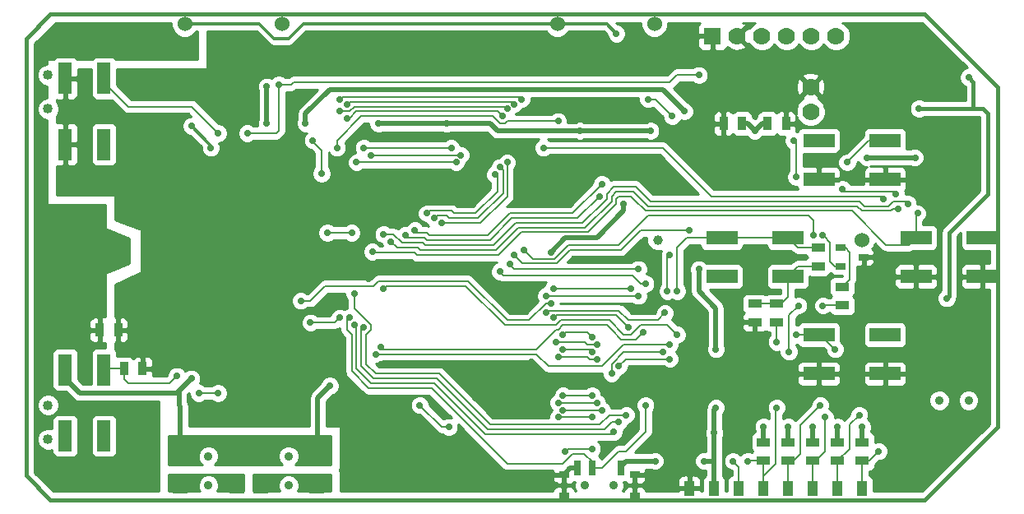
<source format=gbl>
G04 (created by PCBNEW-RS274X (2012-05-21 BZR 3261)-stable) date Wed 26 Sep 2012 20:51:20 BST*
G01*
G70*
G90*
%MOIN*%
G04 Gerber Fmt 3.4, Leading zero omitted, Abs format*
%FSLAX34Y34*%
G04 APERTURE LIST*
%ADD10C,0.006000*%
%ADD11C,0.015000*%
%ADD12R,0.039000X0.028000*%
%ADD13R,0.055000X0.035000*%
%ADD14R,0.035000X0.055000*%
%ADD15C,0.070000*%
%ADD16R,0.070000X0.070000*%
%ADD17C,0.060000*%
%ADD18R,0.055000X0.126000*%
%ADD19R,0.126000X0.055000*%
%ADD20R,0.044300X0.060000*%
%ADD21C,0.040000*%
%ADD22C,0.035400*%
%ADD23R,0.039400X0.031500*%
%ADD24R,0.027600X0.059100*%
%ADD25C,0.039400*%
%ADD26R,0.059100X0.055100*%
%ADD27C,0.027600*%
%ADD28C,0.035000*%
%ADD29C,0.019700*%
%ADD30C,0.011800*%
%ADD31C,0.008000*%
%ADD32C,0.015700*%
%ADD33C,0.010000*%
G04 APERTURE END LIST*
G54D10*
G54D11*
X39369Y16733D02*
X39370Y16733D01*
X36417Y19685D02*
X39369Y16733D01*
X00984Y19685D02*
X00000Y18701D01*
X36417Y19685D02*
X00984Y19685D01*
X36417Y00000D02*
X39370Y02953D01*
X00000Y00984D02*
X00000Y00985D01*
X00984Y00000D02*
X00000Y00984D01*
X36417Y00000D02*
X00984Y00000D01*
X00000Y18701D02*
X00000Y00985D01*
X39370Y16733D02*
X39370Y02953D01*
G54D12*
X33937Y09843D03*
X32993Y09469D03*
X32993Y10217D03*
G54D13*
X29528Y07204D03*
X29528Y07954D03*
X30413Y07954D03*
X30413Y07204D03*
X29880Y02338D03*
X29880Y01588D03*
X30880Y02338D03*
X30880Y01588D03*
X31880Y02338D03*
X31880Y01588D03*
X32880Y02338D03*
X32880Y01588D03*
X33880Y02338D03*
X33880Y01588D03*
G54D14*
X03956Y05315D03*
X04706Y05315D03*
X29017Y15256D03*
X28267Y15256D03*
G54D13*
X33071Y07893D03*
X33071Y08643D03*
X32087Y10218D03*
X32087Y09468D03*
G54D15*
X31791Y15741D03*
X31791Y16741D03*
G54D16*
X27815Y18800D03*
G54D15*
X28815Y18800D03*
X29815Y18800D03*
X30815Y18800D03*
X31815Y18800D03*
X32815Y18800D03*
G54D17*
X21524Y19292D03*
X25461Y19292D03*
X10366Y19292D03*
X06429Y19292D03*
G54D14*
X02972Y06890D03*
X03722Y06890D03*
X30038Y15256D03*
X30788Y15256D03*
G54D18*
X03149Y02598D03*
X03149Y05276D03*
X01575Y05276D03*
X01575Y02598D03*
G54D19*
X28189Y09056D03*
X30867Y09056D03*
X30867Y10630D03*
X28189Y10630D03*
X36063Y09056D03*
X38741Y09056D03*
X38741Y10630D03*
X36063Y10630D03*
X32126Y12993D03*
X34804Y12993D03*
X34804Y14567D03*
X32126Y14567D03*
X32126Y05119D03*
X34804Y05119D03*
X34804Y06693D03*
X32126Y06693D03*
G54D18*
X01575Y17087D03*
X01575Y14409D03*
X03149Y14409D03*
X03149Y17087D03*
G54D20*
X26880Y00463D03*
X27880Y00463D03*
X28880Y00463D03*
X29880Y00463D03*
X30880Y00463D03*
X31880Y00463D03*
X32880Y00463D03*
X33880Y00463D03*
G54D21*
X00886Y03839D03*
X00886Y02461D03*
X00886Y17225D03*
X00886Y15847D03*
G54D22*
X22637Y00591D03*
X23819Y00591D03*
G54D23*
X24665Y00158D03*
X24665Y01024D03*
X21791Y01024D03*
X21791Y00158D03*
G54D24*
X24114Y01280D03*
X22933Y01280D03*
X22342Y01280D03*
G54D25*
X25589Y10532D03*
G54D17*
X33858Y10532D03*
G54D22*
X37008Y04036D03*
X38190Y04036D03*
G54D26*
X09488Y01851D03*
X09488Y00513D03*
X11772Y01851D03*
X11772Y00513D03*
G54D22*
X10630Y01773D03*
X10630Y00591D03*
G54D26*
X06240Y01851D03*
X06240Y00513D03*
X08524Y01851D03*
X08524Y00513D03*
G54D22*
X07382Y01773D03*
X07382Y00591D03*
G54D27*
X21260Y10040D03*
X24213Y12008D03*
X25492Y01575D03*
X17028Y15256D03*
X27880Y02713D03*
X06693Y04922D03*
X12303Y04626D03*
X36024Y13878D03*
X14272Y15256D03*
X29880Y02963D03*
X25295Y14961D03*
X27461Y01575D03*
X27953Y06103D03*
X31880Y02963D03*
X27264Y09351D03*
X27953Y03741D03*
X06693Y15158D03*
X07480Y14272D03*
X30880Y02963D03*
X33880Y02963D03*
X34055Y13878D03*
X22441Y14961D03*
X32880Y02963D03*
X25197Y16241D03*
X21358Y07382D03*
X24410Y06989D03*
X26181Y15552D03*
X25000Y06792D03*
X14370Y06201D03*
X15354Y10729D03*
X23228Y12304D03*
X23327Y12796D03*
X15748Y10926D03*
X24803Y08268D03*
X21063Y08268D03*
X26378Y08465D03*
X13091Y07382D03*
X25099Y03839D03*
X23917Y18898D03*
X22933Y03347D03*
X21555Y03347D03*
X24016Y05414D03*
X26083Y05709D03*
X30413Y06398D03*
X17224Y14272D03*
X34744Y12205D03*
X13681Y14272D03*
X20965Y14272D03*
X21850Y01969D03*
X22933Y02067D03*
X28642Y01575D03*
X23130Y03937D03*
X21555Y03937D03*
X16536Y11418D03*
X19193Y13485D03*
X16240Y11615D03*
X18996Y13189D03*
X13386Y13682D03*
X17421Y13682D03*
X19488Y13682D03*
X16831Y11221D03*
X13976Y13977D03*
X17618Y13977D03*
X15945Y03839D03*
X26083Y09941D03*
X25984Y08465D03*
X17126Y02953D03*
X19193Y09252D03*
X25099Y08760D03*
X26870Y10926D03*
X19784Y09941D03*
X31890Y10729D03*
X20177Y10138D03*
X24803Y09351D03*
X19587Y09548D03*
X21358Y08563D03*
X24508Y08563D03*
X35335Y11811D03*
X14780Y10463D03*
X14480Y10763D03*
X35728Y12008D03*
X14173Y05906D03*
X26083Y06300D03*
X11319Y15256D03*
X09744Y16751D03*
X09744Y15256D03*
X29528Y14961D03*
X26673Y15748D03*
X23721Y05119D03*
X25787Y06004D03*
X23327Y03642D03*
X21752Y03642D03*
X10039Y00788D03*
X07973Y00788D03*
X20079Y16241D03*
X21555Y05807D03*
X12697Y16241D03*
X23130Y05709D03*
X22933Y04233D03*
X21752Y04233D03*
X21555Y15355D03*
X12599Y14272D03*
X21457Y06398D03*
X23130Y06300D03*
X12697Y15748D03*
X19488Y15847D03*
X19291Y15552D03*
X12992Y15453D03*
X21752Y06693D03*
X22933Y06595D03*
X11516Y07185D03*
X12697Y07382D03*
X21752Y06103D03*
X12992Y16044D03*
X22933Y06004D03*
X19784Y16044D03*
X36180Y15863D03*
X37303Y08170D03*
X38189Y17126D03*
X09941Y03347D03*
X18209Y04134D03*
X14567Y03839D03*
X08169Y04725D03*
X11221Y09646D03*
X36122Y16634D03*
X29528Y16831D03*
X36319Y03347D03*
X21260Y13682D03*
X16339Y18800D03*
X36713Y18111D03*
X24311Y04430D03*
X08957Y04725D03*
X06890Y05512D03*
X28642Y16142D03*
X14764Y18800D03*
X28248Y15748D03*
X13878Y08957D03*
X11910Y05807D03*
X13189Y18800D03*
X37992Y12107D03*
X05315Y13977D03*
X20079Y18800D03*
X08760Y03445D03*
X25295Y00788D03*
X36930Y05806D03*
X14370Y05512D03*
X13976Y18800D03*
X12697Y03544D03*
X29134Y13189D03*
X11221Y17520D03*
X21457Y00591D03*
X21525Y04854D03*
X21063Y04134D03*
X20473Y05611D03*
X30807Y13682D03*
X24606Y13288D03*
X34744Y09744D03*
X29134Y13682D03*
X20177Y08367D03*
X15551Y18800D03*
X03937Y14075D03*
X08169Y10926D03*
X37943Y13140D03*
X34252Y16241D03*
X34252Y16634D03*
X33268Y17619D03*
X16831Y12993D03*
X35630Y01083D03*
X04429Y08662D03*
X24803Y18209D03*
X09744Y04725D03*
X12795Y01182D03*
X29528Y15748D03*
X06004Y09351D03*
X11024Y14272D03*
X07973Y12993D03*
X34252Y15847D03*
X15158Y01772D03*
X05413Y05611D03*
X37599Y11713D03*
X01280Y11516D03*
X05807Y18701D03*
X04724Y19095D03*
X02559Y10926D03*
X04232Y01280D03*
X04331Y03150D03*
X02756Y08268D03*
X00787Y09056D03*
G54D28*
X03838Y10138D03*
G54D27*
X00591Y05709D03*
X10236Y16831D03*
X08957Y14863D03*
X27264Y17225D03*
X21063Y07579D03*
X25886Y07579D03*
X32284Y07874D03*
X32284Y10729D03*
X31102Y14567D03*
X31201Y13091D03*
X13189Y10827D03*
X11969Y13229D03*
X07776Y14863D03*
X12205Y10827D03*
X11614Y14567D03*
X32382Y03347D03*
X24311Y03445D03*
X13287Y08367D03*
X33268Y13682D03*
X30906Y06004D03*
X31299Y07874D03*
X30413Y03741D03*
X23819Y02756D03*
X29232Y01575D03*
X13287Y07087D03*
X13681Y06989D03*
X34547Y01969D03*
X24016Y03150D03*
X35236Y12402D03*
X33071Y12599D03*
X14469Y08563D03*
X31201Y06693D03*
X26378Y06693D03*
X32185Y03839D03*
X32776Y06103D03*
X36122Y11615D03*
X14030Y10063D03*
X33760Y03445D03*
X11122Y08071D03*
X07776Y04331D03*
X21260Y07973D03*
X06988Y04331D03*
X06102Y05020D03*
G54D29*
X33880Y02963D02*
X33880Y02338D01*
X21850Y10630D02*
X23130Y10630D01*
X23130Y10630D02*
X24213Y11713D01*
X24213Y11713D02*
X24213Y12008D01*
X29880Y02338D02*
X29880Y02963D01*
X08524Y01851D02*
X08524Y01909D01*
G54D30*
X07480Y14370D02*
X07480Y14272D01*
G54D29*
X31880Y02963D02*
X31880Y02338D01*
X32880Y02963D02*
X32880Y02338D01*
X19094Y14961D02*
X22441Y14961D01*
X21260Y10040D02*
X21850Y10630D01*
X27953Y03741D02*
X27880Y03668D01*
X30880Y02963D02*
X30880Y02338D01*
X24114Y01378D02*
X24311Y01575D01*
X08524Y01909D02*
X08169Y02264D01*
X01575Y04921D02*
X02165Y04331D01*
X08169Y02264D02*
X06653Y02264D01*
X06693Y04922D02*
X06201Y04430D01*
G54D30*
X07382Y14469D02*
X07382Y14468D01*
G54D29*
X10000Y02363D02*
X09488Y01851D01*
X11811Y04134D02*
X11811Y01890D01*
X09488Y01851D02*
X08524Y01851D01*
X11417Y02363D02*
X10000Y02363D01*
X06201Y04430D02*
X06201Y03839D01*
X18799Y15256D02*
X19094Y14961D01*
X02165Y04331D02*
X06102Y04331D01*
X24114Y01280D02*
X24114Y01378D01*
X22441Y14961D02*
X25295Y14961D01*
X06653Y02264D02*
X06240Y01851D01*
X27880Y01575D02*
X27880Y00463D01*
X34055Y13878D02*
X36024Y13878D01*
X11772Y01851D02*
X11772Y02008D01*
X27264Y08465D02*
X27953Y07776D01*
X27264Y09351D02*
X27264Y08465D01*
X27953Y07776D02*
X27953Y06103D01*
X24705Y01575D02*
X25492Y01575D01*
X24311Y01575D02*
X24705Y01575D01*
X11772Y02008D02*
X11417Y02363D01*
X11811Y01890D02*
X11772Y01851D01*
X06102Y04331D02*
X06693Y04922D01*
X12303Y04626D02*
X11811Y04134D01*
X27880Y02713D02*
X27880Y01575D01*
X18799Y15256D02*
X17028Y15256D01*
X27880Y03668D02*
X27880Y02713D01*
G54D30*
X07382Y14468D02*
X07480Y14370D01*
X07382Y14469D02*
X06693Y15158D01*
G54D29*
X27461Y01575D02*
X27880Y01575D01*
X01575Y05276D02*
X01575Y04921D01*
X06240Y03800D02*
X06201Y03839D01*
X17028Y15256D02*
X14272Y15256D01*
X06240Y01851D02*
X06240Y03800D01*
G54D31*
X21457Y07481D02*
X23918Y07481D01*
X21358Y07382D02*
X21457Y07481D01*
X25492Y16241D02*
X25197Y16241D01*
X26181Y15552D02*
X25492Y16241D01*
X23918Y07481D02*
X24410Y06989D01*
X23721Y06890D02*
X24115Y06496D01*
X21850Y07087D02*
X23524Y07087D01*
X24115Y06496D02*
X24704Y06496D01*
X23524Y07087D02*
X23721Y06890D01*
X24704Y06496D02*
X25000Y06792D01*
X21457Y06890D02*
X21555Y06890D01*
X21555Y06890D02*
X21752Y07087D01*
X21752Y07087D02*
X21850Y07087D01*
X14468Y06103D02*
X20670Y06103D01*
X14370Y06201D02*
X14468Y06103D01*
X20670Y06103D02*
X21457Y06890D01*
X15354Y10729D02*
X15453Y10630D01*
X16240Y10532D02*
X18799Y10532D01*
X19685Y11418D02*
X22342Y11418D01*
X16142Y10630D02*
X16240Y10532D01*
X18799Y10532D02*
X19685Y11418D01*
X15453Y10630D02*
X16142Y10630D01*
X22342Y11418D02*
X23228Y12304D01*
X15847Y10827D02*
X16240Y10827D01*
X15748Y10926D02*
X15847Y10827D01*
X18701Y10729D02*
X19587Y11615D01*
X22146Y11615D02*
X23327Y12796D01*
X16338Y10729D02*
X18701Y10729D01*
X19587Y11615D02*
X22146Y11615D01*
X16240Y10827D02*
X16338Y10729D01*
X21063Y08268D02*
X24016Y08268D01*
X24016Y08268D02*
X24803Y08268D01*
X22933Y01280D02*
X22933Y01556D01*
X16437Y04528D02*
X19488Y01477D01*
X12992Y07283D02*
X12992Y06890D01*
X22619Y01870D02*
X22145Y01870D01*
X13189Y06693D02*
X13189Y05217D01*
X22933Y01556D02*
X22619Y01870D01*
X13189Y05217D02*
X13878Y04528D01*
X12992Y06890D02*
X13189Y06693D01*
X32087Y10218D02*
X31279Y10218D01*
X13091Y07382D02*
X12992Y07283D01*
X13878Y04528D02*
X16437Y04528D01*
X31279Y10218D02*
X30867Y10630D01*
X30867Y10630D02*
X28189Y10630D01*
X26378Y10237D02*
X26378Y09154D01*
X26771Y10630D02*
X26378Y10237D01*
X22145Y01870D02*
X21752Y01477D01*
X26378Y09154D02*
X26378Y08465D01*
X28189Y10630D02*
X26771Y10630D01*
X24312Y01969D02*
X25099Y02756D01*
X25099Y02756D02*
X25099Y03839D01*
X24016Y01969D02*
X24312Y01969D01*
X23327Y01280D02*
X24016Y01969D01*
X21752Y01477D02*
X19488Y01477D01*
X22933Y01280D02*
X23327Y01280D01*
G54D30*
X09449Y19292D02*
X10040Y18701D01*
X23523Y19292D02*
X23917Y18898D01*
X11221Y19292D02*
X21524Y19292D01*
X21524Y19292D02*
X23523Y19292D01*
X10040Y18701D02*
X10630Y18701D01*
X06429Y19292D02*
X09449Y19292D01*
X10630Y18701D02*
X11221Y19292D01*
G54D31*
X30413Y06398D02*
X30413Y07204D01*
X22933Y03347D02*
X23032Y03347D01*
X21555Y03347D02*
X22933Y03347D01*
X24016Y05414D02*
X24311Y05709D01*
X24311Y05709D02*
X26083Y05709D01*
X27755Y12304D02*
X34645Y12304D01*
X13681Y14272D02*
X17224Y14272D01*
X20965Y14272D02*
X25787Y14272D01*
X25787Y14272D02*
X27755Y12304D01*
X34645Y12304D02*
X34744Y12205D01*
X28880Y00463D02*
X28880Y01337D01*
X21948Y02067D02*
X22933Y02067D01*
X28880Y01337D02*
X28642Y01575D01*
X21850Y01969D02*
X21948Y02067D01*
X22638Y03937D02*
X23130Y03937D01*
X21555Y03937D02*
X22638Y03937D01*
X19331Y12442D02*
X19331Y13347D01*
X17028Y11516D02*
X17126Y11418D01*
X16634Y11516D02*
X17028Y11516D01*
X17126Y11418D02*
X18307Y11418D01*
X19331Y13347D02*
X19193Y13485D01*
X18307Y11418D02*
X19331Y12442D01*
X16536Y11418D02*
X16634Y11516D01*
X17323Y11615D02*
X17225Y11713D01*
X18996Y13189D02*
X19095Y13090D01*
X17225Y11713D02*
X16338Y11713D01*
X16338Y11713D02*
X16240Y11615D01*
X19095Y13090D02*
X19095Y12501D01*
X18209Y11615D02*
X17323Y11615D01*
X19095Y12501D02*
X18209Y11615D01*
X13386Y13682D02*
X17421Y13682D01*
X18406Y11221D02*
X19390Y12205D01*
X18406Y11221D02*
X16831Y11221D01*
X19488Y12304D02*
X19488Y13682D01*
X19390Y12206D02*
X19488Y12304D01*
X19390Y12205D02*
X19390Y12206D01*
X13976Y13977D02*
X17618Y13977D01*
X25984Y09842D02*
X26083Y09941D01*
X25984Y08760D02*
X25984Y08563D01*
X16831Y02953D02*
X17126Y02953D01*
X15945Y03839D02*
X16831Y02953D01*
X25984Y08563D02*
X25984Y08465D01*
X25984Y08760D02*
X25984Y09842D01*
X19341Y09104D02*
X19193Y09252D01*
X23869Y09104D02*
X24558Y09104D01*
X19341Y09104D02*
X23869Y09104D01*
X24558Y09104D02*
X24902Y08760D01*
X24902Y08760D02*
X25099Y08760D01*
X24115Y10139D02*
X24705Y10729D01*
X24705Y10729D02*
X24902Y10926D01*
X24115Y10139D02*
X22028Y10139D01*
X21496Y09607D02*
X20118Y09607D01*
X20118Y09607D02*
X19784Y09941D01*
X22028Y10139D02*
X21496Y09607D01*
X24902Y10926D02*
X26870Y10926D01*
X20177Y10138D02*
X20551Y09764D01*
X31496Y11516D02*
X31693Y11516D01*
X20551Y09764D02*
X21418Y09764D01*
X31890Y11319D02*
X31890Y10729D01*
X31693Y11516D02*
X31890Y11319D01*
X21418Y09764D02*
X21969Y10315D01*
X24901Y11221D02*
X23995Y10315D01*
X25196Y11516D02*
X24901Y11221D01*
X31496Y11516D02*
X25196Y11516D01*
X21969Y10315D02*
X23995Y10315D01*
X24114Y09351D02*
X24803Y09351D01*
X19783Y09351D02*
X24114Y09351D01*
X19587Y09548D02*
X19587Y09547D01*
X19587Y09547D02*
X19783Y09351D01*
X24114Y08563D02*
X24508Y08563D01*
X21358Y08563D02*
X24114Y08563D01*
X19030Y10113D02*
X19941Y11024D01*
X24606Y12500D02*
X24704Y12402D01*
X23721Y12107D02*
X23721Y12304D01*
X15880Y10213D02*
X15980Y10113D01*
X23917Y12500D02*
X24114Y12500D01*
X33661Y11910D02*
X25197Y11910D01*
X22638Y11024D02*
X19941Y11024D01*
X24704Y12402D02*
X24705Y12402D01*
X15030Y10213D02*
X15880Y10213D01*
X23721Y12304D02*
X23917Y12500D01*
X24114Y12500D02*
X24606Y12500D01*
X35039Y11713D02*
X35137Y11811D01*
X14780Y10463D02*
X15030Y10213D01*
X22638Y11024D02*
X23721Y12107D01*
X24705Y12402D02*
X25197Y11910D01*
X15980Y10113D02*
X19030Y10113D01*
X35137Y11811D02*
X35335Y11811D01*
X33858Y11713D02*
X35039Y11713D01*
X33661Y11910D02*
X33858Y11713D01*
X34941Y11910D02*
X35138Y12107D01*
X22540Y11221D02*
X19838Y11221D01*
X24705Y12697D02*
X24803Y12599D01*
X24803Y12599D02*
X25295Y12107D01*
X23426Y12107D02*
X23426Y12108D01*
X23819Y12697D02*
X24016Y12697D01*
X14480Y10763D02*
X14880Y10763D01*
X35728Y12008D02*
X35629Y12107D01*
X16180Y10313D02*
X18930Y10313D01*
X23426Y12107D02*
X22540Y11221D01*
X23426Y12108D02*
X23524Y12206D01*
X24016Y12697D02*
X24705Y12697D01*
X33760Y12107D02*
X33957Y11910D01*
X25295Y12107D02*
X33760Y12107D01*
X14880Y10763D02*
X15230Y10413D01*
X23524Y12402D02*
X23819Y12697D01*
X18930Y10313D02*
X19838Y11221D01*
X33957Y11910D02*
X34941Y11910D01*
X16080Y10413D02*
X16180Y10313D01*
X23524Y12206D02*
X23524Y12402D01*
X35629Y12107D02*
X35138Y12107D01*
X15230Y10413D02*
X16080Y10413D01*
X20669Y05906D02*
X21161Y05414D01*
X14173Y05906D02*
X20669Y05906D01*
X26083Y06300D02*
X24213Y06300D01*
X23327Y05414D02*
X24114Y06201D01*
X24213Y06300D02*
X24114Y06201D01*
X21161Y05414D02*
X23327Y05414D01*
G54D29*
X11319Y15650D02*
X12303Y16634D01*
X09744Y16751D02*
X09744Y15256D01*
X29017Y15256D02*
X29233Y15256D01*
X25787Y16634D02*
X26673Y15748D01*
X29233Y15256D02*
X29528Y14961D01*
X11319Y15256D02*
X11319Y15650D01*
X29823Y15256D02*
X30038Y15256D01*
X29528Y14961D02*
X29823Y15256D01*
X25787Y16634D02*
X12303Y16634D01*
G54D31*
X24410Y06004D02*
X25787Y06004D01*
X23032Y03642D02*
X23327Y03642D01*
X23721Y05119D02*
X23721Y05512D01*
X21752Y03642D02*
X23032Y03642D01*
X24213Y06004D02*
X24410Y06004D01*
X23721Y05512D02*
X24213Y06004D01*
X09764Y00513D02*
X10039Y00788D01*
X09488Y00513D02*
X09764Y00513D01*
X07973Y00788D02*
X08248Y00513D01*
X08248Y00513D02*
X08524Y00513D01*
X20079Y16241D02*
X19981Y16339D01*
X21555Y05807D02*
X22441Y05807D01*
X12795Y16339D02*
X12697Y16241D01*
X22441Y05807D02*
X22736Y05807D01*
X19981Y16339D02*
X12795Y16339D01*
X22736Y05807D02*
X22834Y05709D01*
X22834Y05709D02*
X23130Y05709D01*
X12599Y14568D02*
X12599Y14272D01*
X19194Y15256D02*
X18898Y15552D01*
X21555Y15355D02*
X19488Y15355D01*
X13583Y15552D02*
X12599Y14568D01*
X18898Y15552D02*
X13583Y15552D01*
X19389Y15256D02*
X19194Y15256D01*
X21752Y04233D02*
X22736Y04233D01*
X22736Y04233D02*
X22933Y04233D01*
X19488Y15355D02*
X19389Y15256D01*
X13091Y15748D02*
X12697Y15748D01*
X22638Y06398D02*
X22736Y06300D01*
X21457Y06398D02*
X22638Y06398D01*
X22736Y06300D02*
X23130Y06300D01*
X19488Y15847D02*
X19390Y15945D01*
X19390Y15945D02*
X13288Y15945D01*
X13288Y15945D02*
X13091Y15748D01*
X19291Y15552D02*
X19095Y15748D01*
X13386Y15748D02*
X19095Y15748D01*
X13091Y15453D02*
X13386Y15748D01*
X22736Y06792D02*
X21851Y06792D01*
X21851Y06792D02*
X21752Y06693D01*
X22933Y06595D02*
X22736Y06792D01*
X12992Y15453D02*
X13091Y15453D01*
X11516Y07185D02*
X12500Y07185D01*
X12500Y07185D02*
X12697Y07382D01*
X19686Y16142D02*
X13090Y16142D01*
X13090Y16142D02*
X12992Y16044D01*
X19784Y16044D02*
X19686Y16142D01*
X21752Y06103D02*
X22539Y06103D01*
X22539Y06103D02*
X22834Y06103D01*
X22834Y06103D02*
X22933Y06004D01*
G54D32*
X38976Y12402D02*
X38976Y15651D01*
X38976Y15651D02*
X38764Y15863D01*
X38764Y15863D02*
X38386Y15863D01*
X37402Y08269D02*
X37402Y10828D01*
X37303Y08170D02*
X37402Y08269D01*
X38386Y15863D02*
X36180Y15863D01*
X38386Y16929D02*
X38189Y17126D01*
X38386Y15863D02*
X38386Y16929D01*
X37402Y10828D02*
X38976Y12402D01*
G54D29*
X21791Y01024D02*
X21791Y00158D01*
X36929Y05807D02*
X36930Y05806D01*
X29134Y13189D02*
X29134Y13682D01*
X36910Y05807D02*
X36929Y05807D01*
G54D32*
X37599Y11713D02*
X37992Y12106D01*
G54D29*
X24665Y00158D02*
X24665Y01024D01*
X22047Y01280D02*
X21791Y01024D01*
G54D30*
X21555Y04824D02*
X21525Y04854D01*
G54D29*
X34645Y09843D02*
X34744Y09744D01*
G54D32*
X37992Y12106D02*
X37992Y12107D01*
G54D29*
X33937Y09843D02*
X34645Y09843D01*
X37943Y13140D02*
X37992Y13189D01*
X22342Y01280D02*
X22047Y01280D01*
G54D31*
X26083Y16930D02*
X10827Y16930D01*
X26378Y17225D02*
X26083Y16930D01*
X08957Y14863D02*
X10138Y14863D01*
X27264Y17225D02*
X26378Y17225D01*
X10827Y16930D02*
X10728Y16831D01*
X10728Y16831D02*
X10236Y16831D01*
X10236Y16831D02*
X10236Y14961D01*
X10236Y14961D02*
X10138Y14863D01*
X33366Y10040D02*
X33366Y08938D01*
X33366Y08938D02*
X33071Y08643D01*
X32993Y10217D02*
X33189Y10217D01*
X33189Y10217D02*
X33366Y10040D01*
X21161Y07678D02*
X21456Y07678D01*
X21456Y07678D02*
X21457Y07677D01*
X21063Y07579D02*
X21161Y07677D01*
X21161Y07677D02*
X21161Y07678D01*
X24017Y07677D02*
X24410Y07284D01*
X24410Y07284D02*
X25591Y07284D01*
X25591Y07284D02*
X25886Y07579D01*
X21457Y07677D02*
X24016Y07677D01*
X24016Y07677D02*
X24017Y07677D01*
X32284Y07893D02*
X33071Y07893D01*
X32284Y07874D02*
X32284Y07893D01*
X31201Y14075D02*
X31201Y13091D01*
X32334Y10679D02*
X32284Y10729D01*
X31201Y14468D02*
X31102Y14567D01*
X32756Y09469D02*
X32579Y09646D01*
X32579Y09646D02*
X32579Y10434D01*
X32579Y10434D02*
X32334Y10679D01*
X31201Y14075D02*
X31201Y14468D01*
X32756Y09469D02*
X32993Y09469D01*
X07677Y14961D02*
X06693Y15945D01*
X07776Y14863D02*
X07678Y14961D01*
X03149Y16931D02*
X04135Y15945D01*
X04135Y15945D02*
X06693Y15945D01*
X11614Y14529D02*
X11614Y14567D01*
X03149Y17087D02*
X03149Y16931D01*
X11969Y13229D02*
X11969Y14174D01*
X13189Y10827D02*
X12205Y10827D01*
X31880Y01588D02*
X31880Y00463D01*
X18799Y03052D02*
X23130Y03052D01*
X23130Y03052D02*
X23229Y03052D01*
X23229Y03052D02*
X23622Y03445D01*
X31880Y01588D02*
X32001Y01588D01*
X32001Y01588D02*
X32382Y01969D01*
X24311Y03445D02*
X23622Y03445D01*
X32382Y01969D02*
X32382Y03347D01*
X11969Y14174D02*
X11614Y14529D01*
X13780Y05512D02*
X13780Y06694D01*
X07678Y14961D02*
X07677Y14961D01*
X13780Y06694D02*
X13976Y06890D01*
X13287Y07776D02*
X13287Y08367D01*
X13780Y05512D02*
X14173Y05119D01*
X16732Y05119D02*
X18799Y03052D01*
X14173Y05119D02*
X16732Y05119D01*
X13976Y07087D02*
X13287Y07776D01*
X13976Y06890D02*
X13976Y07087D01*
X30380Y03741D02*
X30413Y03741D01*
X29880Y01588D02*
X29880Y00463D01*
X30906Y07481D02*
X31299Y07874D01*
X13385Y06989D02*
X13386Y06989D01*
X29880Y00463D02*
X29880Y00963D01*
X30906Y06004D02*
X30906Y07481D01*
X33268Y13682D02*
X34153Y14567D01*
X30380Y01463D02*
X30380Y03741D01*
X34804Y14567D02*
X34153Y14567D01*
X29880Y00963D02*
X30380Y01463D01*
X23524Y02658D02*
X18602Y02658D01*
X29232Y01575D02*
X29245Y01588D01*
X23721Y02658D02*
X23524Y02658D01*
X23819Y02756D02*
X23721Y02658D01*
X29245Y01588D02*
X29880Y01588D01*
X13386Y05315D02*
X13976Y04725D01*
X16536Y04725D02*
X16536Y04724D01*
X16536Y04724D02*
X18602Y02658D01*
X13976Y04725D02*
X16536Y04725D01*
X13287Y07087D02*
X13385Y06989D01*
X13386Y05315D02*
X13386Y06989D01*
X16634Y04922D02*
X16634Y04921D01*
X16634Y04921D02*
X18700Y02855D01*
X33880Y01588D02*
X33880Y00463D01*
X13583Y06891D02*
X13681Y06989D01*
X13583Y05414D02*
X14075Y04922D01*
X22440Y02855D02*
X18700Y02855D01*
X14075Y04922D02*
X16634Y04922D01*
X23328Y02855D02*
X23327Y02855D01*
X22440Y02855D02*
X23328Y02855D01*
X13583Y05414D02*
X13583Y06891D01*
X23327Y02855D02*
X23425Y02855D01*
X23721Y03150D02*
X24016Y03150D01*
X23622Y03052D02*
X23623Y03052D01*
X23623Y03052D02*
X23721Y03150D01*
X23425Y02855D02*
X23622Y03052D01*
X33880Y01588D02*
X34166Y01588D01*
X34166Y01588D02*
X34547Y01969D01*
X33170Y12500D02*
X33071Y12599D01*
X35138Y12500D02*
X33170Y12500D01*
X35236Y12402D02*
X35138Y12500D01*
X24646Y06832D02*
X24647Y06832D01*
X14469Y08563D02*
X14568Y08662D01*
X19390Y07087D02*
X21457Y07087D01*
X24213Y06693D02*
X24508Y06693D01*
X17815Y08662D02*
X19390Y07087D01*
X24508Y06693D02*
X24508Y06694D01*
X30880Y01588D02*
X30880Y00463D01*
X24902Y07087D02*
X25787Y07087D01*
X32186Y06693D02*
X32126Y06693D01*
X14568Y08662D02*
X17815Y08662D01*
X24508Y06694D02*
X24646Y06832D01*
X25787Y07087D02*
X25984Y07087D01*
X23622Y07284D02*
X24213Y06693D01*
X31115Y01588D02*
X31380Y01853D01*
X24647Y06832D02*
X24902Y07087D01*
X32776Y06103D02*
X32186Y06693D01*
X31201Y06693D02*
X32126Y06693D01*
X25984Y07087D02*
X26378Y06693D01*
X21654Y07284D02*
X23622Y07284D01*
X31380Y03034D02*
X32185Y03839D01*
X21457Y07087D02*
X21654Y07284D01*
X30880Y01588D02*
X31115Y01588D01*
X31380Y01853D02*
X31380Y03034D01*
X23917Y12205D02*
X24016Y12304D01*
X36063Y11556D02*
X36063Y10630D01*
X15730Y10013D02*
X15830Y09913D01*
X33366Y02074D02*
X32880Y01588D01*
X24213Y12304D02*
X24508Y12304D01*
X36122Y11615D02*
X36063Y11556D01*
X32880Y01588D02*
X32880Y00463D01*
X34843Y10335D02*
X35768Y10335D01*
X15830Y09913D02*
X19130Y09913D01*
X22776Y10867D02*
X23917Y12008D01*
X33366Y03052D02*
X33366Y02074D01*
X24508Y12304D02*
X24606Y12206D01*
X19130Y09913D02*
X20084Y10867D01*
X35768Y10335D02*
X36063Y10630D01*
X20084Y10867D02*
X22776Y10867D01*
X23917Y12008D02*
X23917Y12205D01*
X24016Y12304D02*
X24213Y12304D01*
X33465Y11713D02*
X34843Y10335D01*
X14030Y10063D02*
X14080Y10013D01*
X24606Y12205D02*
X25098Y11713D01*
X24606Y12206D02*
X24606Y12205D01*
X25098Y11713D02*
X33465Y11713D01*
X33366Y03052D02*
X33367Y03052D01*
X14080Y10013D02*
X15730Y10013D01*
X33367Y03052D02*
X33760Y03445D01*
X04134Y04725D02*
X03956Y04903D01*
X14080Y08663D02*
X12108Y08663D01*
X05807Y04725D02*
X04134Y04725D01*
X21260Y07973D02*
X21063Y07973D01*
X17913Y08859D02*
X14276Y08859D01*
X07776Y04331D02*
X06988Y04331D01*
X11516Y08071D02*
X11122Y08071D01*
X11516Y08071D02*
X12108Y08663D01*
X03956Y05315D02*
X03188Y05315D01*
X20374Y07284D02*
X19488Y07284D01*
X21063Y07973D02*
X20374Y07284D01*
X03956Y04903D02*
X03956Y05315D01*
X06102Y05020D02*
X05807Y04725D01*
X03188Y05315D02*
X03149Y05276D01*
X19488Y07284D02*
X17913Y08859D01*
X14276Y08859D02*
X14080Y08663D01*
X30867Y08230D02*
X30867Y09056D01*
X31279Y09468D02*
X30867Y09056D01*
X30591Y07954D02*
X30867Y08230D01*
X30413Y07954D02*
X29528Y07954D01*
X32087Y09468D02*
X31279Y09468D01*
X30413Y07954D02*
X30591Y07954D01*
G54D10*
G36*
X22392Y01230D02*
X22292Y01230D01*
X22292Y01330D01*
X22392Y01330D01*
X22392Y01230D01*
X22392Y01230D01*
G37*
G54D33*
X22392Y01230D02*
X22292Y01230D01*
X22292Y01330D01*
X22392Y01330D01*
X22392Y01230D01*
G54D10*
G36*
X39025Y03073D02*
X38691Y02739D01*
X38691Y08593D01*
X38691Y09006D01*
X38691Y09106D01*
X38691Y09519D01*
X38629Y09581D01*
X38062Y09580D01*
X37970Y09542D01*
X37900Y09472D01*
X37862Y09381D01*
X37862Y09282D01*
X37861Y09168D01*
X37923Y09106D01*
X38691Y09106D01*
X38691Y09006D01*
X37923Y09006D01*
X37861Y08944D01*
X37862Y08830D01*
X37862Y08731D01*
X37900Y08640D01*
X37970Y08570D01*
X38062Y08532D01*
X38629Y08531D01*
X38691Y08593D01*
X38691Y02739D01*
X38617Y02665D01*
X38617Y03950D01*
X38617Y04120D01*
X38552Y04277D01*
X38433Y04397D01*
X38276Y04463D01*
X38106Y04463D01*
X37949Y04398D01*
X37829Y04279D01*
X37763Y04122D01*
X37763Y03952D01*
X37828Y03795D01*
X37947Y03675D01*
X38104Y03609D01*
X38274Y03609D01*
X38431Y03674D01*
X38551Y03793D01*
X38617Y03950D01*
X38617Y02665D01*
X37435Y01483D01*
X37435Y03950D01*
X37435Y04120D01*
X37370Y04277D01*
X37251Y04397D01*
X37094Y04463D01*
X36924Y04463D01*
X36767Y04398D01*
X36647Y04279D01*
X36581Y04122D01*
X36581Y03952D01*
X36646Y03795D01*
X36765Y03675D01*
X36922Y03609D01*
X37092Y03609D01*
X37249Y03674D01*
X37369Y03793D01*
X37435Y03950D01*
X37435Y01483D01*
X36298Y00346D01*
X36013Y00346D01*
X36013Y08593D01*
X36013Y09006D01*
X36013Y09106D01*
X36013Y09519D01*
X35951Y09581D01*
X35384Y09580D01*
X35292Y09542D01*
X35222Y09472D01*
X35184Y09381D01*
X35184Y09282D01*
X35183Y09168D01*
X35245Y09106D01*
X36013Y09106D01*
X36013Y09006D01*
X35245Y09006D01*
X35183Y08944D01*
X35184Y08830D01*
X35184Y08731D01*
X35222Y08640D01*
X35292Y08570D01*
X35384Y08532D01*
X35951Y08531D01*
X36013Y08593D01*
X36013Y00346D01*
X35684Y00346D01*
X35684Y05007D01*
X35684Y05231D01*
X35683Y05345D01*
X35683Y05444D01*
X35683Y06368D01*
X35683Y06467D01*
X35683Y07017D01*
X35645Y07109D01*
X35575Y07179D01*
X35484Y07217D01*
X35385Y07217D01*
X34382Y07217D01*
X34382Y09731D01*
X34320Y09793D01*
X33987Y09793D01*
X33987Y09515D01*
X34049Y09453D01*
X34083Y09454D01*
X34182Y09454D01*
X34273Y09492D01*
X34343Y09562D01*
X34381Y09654D01*
X34382Y09731D01*
X34382Y07217D01*
X34125Y07217D01*
X34033Y07179D01*
X33963Y07109D01*
X33925Y07018D01*
X33925Y06919D01*
X33925Y06369D01*
X33963Y06277D01*
X34033Y06207D01*
X34124Y06169D01*
X34223Y06169D01*
X35483Y06169D01*
X35575Y06207D01*
X35645Y06277D01*
X35683Y06368D01*
X35683Y05444D01*
X35645Y05535D01*
X35575Y05605D01*
X35483Y05643D01*
X34916Y05644D01*
X34854Y05582D01*
X34854Y05169D01*
X35622Y05169D01*
X35684Y05231D01*
X35684Y05007D01*
X35622Y05069D01*
X34854Y05069D01*
X34854Y04656D01*
X34916Y04594D01*
X35483Y04595D01*
X35575Y04633D01*
X35645Y04703D01*
X35683Y04794D01*
X35683Y04893D01*
X35684Y05007D01*
X35684Y00346D01*
X34350Y00346D01*
X34350Y00812D01*
X34312Y00904D01*
X34242Y00974D01*
X34170Y01005D01*
X34170Y01164D01*
X34204Y01164D01*
X34296Y01202D01*
X34366Y01272D01*
X34404Y01363D01*
X34404Y01416D01*
X34570Y01582D01*
X34624Y01582D01*
X34766Y01641D01*
X34875Y01750D01*
X34934Y01892D01*
X34934Y02046D01*
X34875Y02188D01*
X34766Y02297D01*
X34754Y02302D01*
X34754Y04656D01*
X34754Y05069D01*
X34754Y05169D01*
X34754Y05582D01*
X34692Y05644D01*
X34125Y05643D01*
X34033Y05605D01*
X33963Y05535D01*
X33925Y05444D01*
X33925Y05345D01*
X33924Y05231D01*
X33986Y05169D01*
X34754Y05169D01*
X34754Y05069D01*
X33986Y05069D01*
X33924Y05007D01*
X33925Y04893D01*
X33925Y04794D01*
X33963Y04703D01*
X34033Y04633D01*
X34125Y04595D01*
X34692Y04594D01*
X34754Y04656D01*
X34754Y02302D01*
X34624Y02356D01*
X34470Y02356D01*
X34404Y02329D01*
X34404Y02562D01*
X34366Y02654D01*
X34296Y02724D01*
X34228Y02753D01*
X34228Y02793D01*
X34267Y02886D01*
X34267Y03040D01*
X34208Y03182D01*
X34110Y03280D01*
X34147Y03368D01*
X34147Y03522D01*
X34088Y03664D01*
X33979Y03773D01*
X33837Y03832D01*
X33683Y03832D01*
X33541Y03773D01*
X33432Y03664D01*
X33373Y03522D01*
X33373Y03469D01*
X33164Y03260D01*
X33161Y03257D01*
X33149Y03241D01*
X33099Y03291D01*
X33006Y03330D01*
X33006Y05007D01*
X33006Y05231D01*
X33005Y05345D01*
X33005Y05444D01*
X32967Y05535D01*
X32897Y05605D01*
X32805Y05643D01*
X32238Y05644D01*
X32176Y05582D01*
X32176Y05169D01*
X32944Y05169D01*
X33006Y05231D01*
X33006Y05007D01*
X32944Y05069D01*
X32176Y05069D01*
X32176Y04656D01*
X32238Y04594D01*
X32805Y04595D01*
X32897Y04633D01*
X32967Y04703D01*
X33005Y04794D01*
X33005Y04893D01*
X33006Y05007D01*
X33006Y03330D01*
X32957Y03350D01*
X32803Y03350D01*
X32769Y03336D01*
X32769Y03424D01*
X32710Y03566D01*
X32601Y03675D01*
X32545Y03699D01*
X32572Y03762D01*
X32572Y03916D01*
X32513Y04058D01*
X32404Y04167D01*
X32262Y04226D01*
X32108Y04226D01*
X32076Y04213D01*
X32076Y04656D01*
X32076Y05069D01*
X32076Y05169D01*
X32076Y05582D01*
X32014Y05644D01*
X31447Y05643D01*
X31355Y05605D01*
X31285Y05535D01*
X31247Y05444D01*
X31247Y05345D01*
X31246Y05231D01*
X31308Y05169D01*
X32076Y05169D01*
X32076Y05069D01*
X31308Y05069D01*
X31246Y05007D01*
X31247Y04893D01*
X31247Y04794D01*
X31285Y04703D01*
X31355Y04633D01*
X31447Y04595D01*
X32014Y04594D01*
X32076Y04656D01*
X32076Y04213D01*
X31966Y04167D01*
X31857Y04058D01*
X31798Y03916D01*
X31798Y03862D01*
X31175Y03239D01*
X31165Y03225D01*
X31099Y03291D01*
X30957Y03350D01*
X30803Y03350D01*
X30670Y03295D01*
X30670Y03451D01*
X30741Y03522D01*
X30800Y03664D01*
X30800Y03818D01*
X30741Y03960D01*
X30632Y04069D01*
X30490Y04128D01*
X30336Y04128D01*
X30194Y04069D01*
X30085Y03960D01*
X30026Y03818D01*
X30026Y03664D01*
X30085Y03522D01*
X30090Y03517D01*
X30090Y03295D01*
X29957Y03350D01*
X29803Y03350D01*
X29661Y03291D01*
X29552Y03182D01*
X29493Y03040D01*
X29493Y02886D01*
X29532Y02793D01*
X29532Y02753D01*
X29478Y02730D01*
X29478Y06841D01*
X29478Y07154D01*
X29065Y07154D01*
X29003Y07092D01*
X29004Y06980D01*
X29042Y06888D01*
X29112Y06818D01*
X29203Y06780D01*
X29302Y06780D01*
X29416Y06779D01*
X29478Y06841D01*
X29478Y02730D01*
X29464Y02724D01*
X29394Y02654D01*
X29356Y02563D01*
X29356Y02464D01*
X29356Y02114D01*
X29394Y02022D01*
X29453Y01963D01*
X29410Y01921D01*
X29309Y01962D01*
X29155Y01962D01*
X29013Y01903D01*
X28937Y01827D01*
X28861Y01903D01*
X28719Y01962D01*
X28565Y01962D01*
X28423Y01903D01*
X28314Y01794D01*
X28255Y01652D01*
X28255Y01498D01*
X28314Y01356D01*
X28423Y01247D01*
X28565Y01188D01*
X28590Y01188D01*
X28590Y01004D01*
X28518Y00974D01*
X28448Y00904D01*
X28410Y00813D01*
X28410Y00714D01*
X28410Y00346D01*
X28350Y00346D01*
X28350Y00812D01*
X28312Y00904D01*
X28242Y00974D01*
X28228Y00980D01*
X28228Y01575D01*
X28228Y02543D01*
X28267Y02636D01*
X28267Y02790D01*
X28228Y02884D01*
X28228Y03469D01*
X28281Y03522D01*
X28340Y03664D01*
X28340Y03818D01*
X28281Y03960D01*
X28172Y04069D01*
X28030Y04128D01*
X27876Y04128D01*
X27734Y04069D01*
X27625Y03960D01*
X27566Y03818D01*
X27566Y03814D01*
X27558Y03802D01*
X27532Y03668D01*
X27532Y02884D01*
X27493Y02790D01*
X27493Y02636D01*
X27532Y02543D01*
X27532Y01962D01*
X27384Y01962D01*
X27242Y01903D01*
X27133Y01794D01*
X27074Y01652D01*
X27074Y01498D01*
X27133Y01356D01*
X27242Y01247D01*
X27384Y01188D01*
X27532Y01188D01*
X27532Y00980D01*
X27518Y00974D01*
X27448Y00904D01*
X27410Y00813D01*
X27410Y00714D01*
X27410Y00346D01*
X27350Y00346D01*
X27351Y00351D01*
X27351Y00575D01*
X27350Y00714D01*
X27350Y00813D01*
X27312Y00904D01*
X27242Y00974D01*
X27150Y01012D01*
X26992Y01013D01*
X26930Y00951D01*
X26930Y00513D01*
X27289Y00513D01*
X27351Y00575D01*
X27351Y00351D01*
X27289Y00413D01*
X26980Y00413D01*
X26930Y00413D01*
X26830Y00413D01*
X26830Y00513D01*
X26830Y00951D01*
X26768Y01013D01*
X26610Y01012D01*
X26518Y00974D01*
X26448Y00904D01*
X26410Y00813D01*
X26410Y00714D01*
X26409Y00575D01*
X26471Y00513D01*
X26830Y00513D01*
X26830Y00413D01*
X26780Y00413D01*
X26471Y00413D01*
X26409Y00351D01*
X26409Y00346D01*
X25111Y00346D01*
X25111Y00365D01*
X25111Y00817D01*
X25111Y00913D01*
X25050Y00974D01*
X24715Y00974D01*
X24715Y00679D01*
X24777Y00617D01*
X24911Y00618D01*
X25003Y00656D01*
X25073Y00726D01*
X25111Y00817D01*
X25111Y00365D01*
X25073Y00456D01*
X25003Y00526D01*
X24911Y00564D01*
X24777Y00565D01*
X24715Y00503D01*
X24715Y00346D01*
X24615Y00346D01*
X24615Y00503D01*
X24553Y00565D01*
X24419Y00564D01*
X24327Y00526D01*
X24257Y00456D01*
X24219Y00365D01*
X24219Y00346D01*
X24177Y00346D01*
X24180Y00348D01*
X24246Y00505D01*
X24246Y00675D01*
X24220Y00736D01*
X24252Y00736D01*
X24257Y00726D01*
X24327Y00656D01*
X24419Y00618D01*
X24553Y00617D01*
X24615Y00679D01*
X24615Y00924D01*
X24615Y00974D01*
X24615Y01074D01*
X24715Y01074D01*
X24765Y01074D01*
X25050Y01074D01*
X25111Y01135D01*
X25111Y01227D01*
X25321Y01227D01*
X25415Y01188D01*
X25569Y01188D01*
X25711Y01247D01*
X25820Y01356D01*
X25879Y01498D01*
X25879Y01652D01*
X25820Y01794D01*
X25711Y01903D01*
X25569Y01962D01*
X25415Y01962D01*
X25321Y01923D01*
X24705Y01923D01*
X24676Y01923D01*
X25303Y02550D01*
X25303Y02551D01*
X25304Y02551D01*
X25366Y02644D01*
X25367Y02645D01*
X25388Y02755D01*
X25389Y02756D01*
X25389Y03582D01*
X25427Y03620D01*
X25486Y03762D01*
X25486Y03916D01*
X25427Y04058D01*
X25318Y04167D01*
X25176Y04226D01*
X25022Y04226D01*
X24880Y04167D01*
X24771Y04058D01*
X24712Y03916D01*
X24712Y03762D01*
X24771Y03620D01*
X24809Y03582D01*
X24809Y02876D01*
X24192Y02259D01*
X24016Y02259D01*
X23905Y02237D01*
X23811Y02174D01*
X23302Y01666D01*
X23282Y01716D01*
X23212Y01786D01*
X23202Y01790D01*
X23261Y01848D01*
X23320Y01990D01*
X23320Y02144D01*
X23261Y02286D01*
X23179Y02368D01*
X23524Y02368D01*
X23721Y02368D01*
X23736Y02372D01*
X23742Y02369D01*
X23896Y02369D01*
X24038Y02428D01*
X24147Y02537D01*
X24206Y02679D01*
X24206Y02810D01*
X24235Y02822D01*
X24344Y02931D01*
X24398Y03063D01*
X24530Y03117D01*
X24639Y03226D01*
X24698Y03368D01*
X24698Y03522D01*
X24639Y03664D01*
X24530Y03773D01*
X24388Y03832D01*
X24234Y03832D01*
X24092Y03773D01*
X24054Y03735D01*
X23707Y03735D01*
X23655Y03861D01*
X23546Y03970D01*
X23517Y03983D01*
X23517Y04014D01*
X23458Y04156D01*
X23349Y04265D01*
X23320Y04278D01*
X23320Y04310D01*
X23261Y04452D01*
X23152Y04561D01*
X23010Y04620D01*
X22856Y04620D01*
X22714Y04561D01*
X22676Y04523D01*
X22009Y04523D01*
X21971Y04561D01*
X21829Y04620D01*
X21675Y04620D01*
X21533Y04561D01*
X21424Y04452D01*
X21365Y04310D01*
X21365Y04278D01*
X21336Y04265D01*
X21227Y04156D01*
X21168Y04014D01*
X21168Y03860D01*
X21227Y03718D01*
X21303Y03642D01*
X21227Y03566D01*
X21168Y03424D01*
X21168Y03342D01*
X18919Y03342D01*
X16937Y05324D01*
X16843Y05387D01*
X16732Y05409D01*
X14293Y05409D01*
X14183Y05519D01*
X14250Y05519D01*
X14392Y05578D01*
X14430Y05616D01*
X20548Y05616D01*
X20955Y05209D01*
X20956Y05209D01*
X21018Y05168D01*
X21049Y05147D01*
X21050Y05146D01*
X21160Y05125D01*
X21161Y05124D01*
X23327Y05124D01*
X23334Y05126D01*
X23334Y05042D01*
X23393Y04900D01*
X23502Y04791D01*
X23644Y04732D01*
X23798Y04732D01*
X23940Y04791D01*
X24049Y04900D01*
X24103Y05032D01*
X24235Y05086D01*
X24344Y05195D01*
X24403Y05337D01*
X24403Y05391D01*
X24431Y05419D01*
X25826Y05419D01*
X25864Y05381D01*
X26006Y05322D01*
X26160Y05322D01*
X26302Y05381D01*
X26411Y05490D01*
X26470Y05632D01*
X26470Y05786D01*
X26411Y05928D01*
X26334Y06005D01*
X26411Y06081D01*
X26470Y06223D01*
X26470Y06313D01*
X26597Y06365D01*
X26706Y06474D01*
X26765Y06616D01*
X26765Y06770D01*
X26706Y06912D01*
X26597Y07021D01*
X26455Y07080D01*
X26401Y07080D01*
X26189Y07292D01*
X26163Y07310D01*
X26214Y07360D01*
X26273Y07502D01*
X26273Y07656D01*
X26214Y07798D01*
X26105Y07907D01*
X25963Y07966D01*
X25809Y07966D01*
X25667Y07907D01*
X25558Y07798D01*
X25499Y07656D01*
X25499Y07602D01*
X25471Y07574D01*
X24530Y07574D01*
X24222Y07882D01*
X24128Y07945D01*
X24017Y07967D01*
X24016Y07967D01*
X21647Y07967D01*
X21647Y07978D01*
X24016Y07978D01*
X24546Y07978D01*
X24584Y07940D01*
X24726Y07881D01*
X24880Y07881D01*
X25022Y07940D01*
X25131Y08049D01*
X25190Y08191D01*
X25190Y08345D01*
X25178Y08374D01*
X25318Y08432D01*
X25427Y08541D01*
X25486Y08683D01*
X25486Y08837D01*
X25427Y08979D01*
X25318Y09088D01*
X25176Y09147D01*
X25137Y09147D01*
X25190Y09274D01*
X25190Y09428D01*
X25131Y09570D01*
X25022Y09679D01*
X24880Y09738D01*
X24726Y09738D01*
X24584Y09679D01*
X24546Y09641D01*
X24114Y09641D01*
X21940Y09641D01*
X22148Y09849D01*
X24115Y09849D01*
X24226Y09871D01*
X24320Y09934D01*
X24910Y10524D01*
X25022Y10636D01*
X25149Y10636D01*
X25143Y10621D01*
X25143Y10444D01*
X25211Y10280D01*
X25336Y10154D01*
X25500Y10086D01*
X25677Y10086D01*
X25734Y10110D01*
X25696Y10018D01*
X25696Y09864D01*
X25697Y09861D01*
X25694Y09842D01*
X25694Y08760D01*
X25694Y08722D01*
X25656Y08684D01*
X25597Y08542D01*
X25597Y08388D01*
X25656Y08246D01*
X25765Y08137D01*
X25907Y08078D01*
X26061Y08078D01*
X26181Y08128D01*
X26301Y08078D01*
X26455Y08078D01*
X26597Y08137D01*
X26706Y08246D01*
X26765Y08388D01*
X26765Y08542D01*
X26706Y08684D01*
X26668Y08722D01*
X26668Y09154D01*
X26668Y10117D01*
X26891Y10340D01*
X27310Y10340D01*
X27310Y10306D01*
X27348Y10214D01*
X27418Y10144D01*
X27509Y10106D01*
X27608Y10106D01*
X28868Y10106D01*
X28960Y10144D01*
X29030Y10214D01*
X29068Y10305D01*
X29068Y10340D01*
X29988Y10340D01*
X29988Y10306D01*
X30026Y10214D01*
X30096Y10144D01*
X30187Y10106D01*
X30286Y10106D01*
X30980Y10106D01*
X31073Y10013D01*
X31074Y10013D01*
X31168Y09950D01*
X31279Y09928D01*
X31590Y09928D01*
X31601Y09902D01*
X31660Y09843D01*
X31601Y09784D01*
X31590Y09758D01*
X31279Y09758D01*
X31168Y09736D01*
X31073Y09673D01*
X30980Y09580D01*
X30188Y09580D01*
X30096Y09542D01*
X30026Y09472D01*
X29988Y09381D01*
X29988Y09282D01*
X29988Y08732D01*
X30026Y08640D01*
X30096Y08570D01*
X30187Y08532D01*
X30286Y08532D01*
X30577Y08532D01*
X30577Y08378D01*
X30089Y08378D01*
X29997Y08340D01*
X29970Y08314D01*
X29944Y08340D01*
X29853Y08378D01*
X29754Y08378D01*
X29204Y08378D01*
X29112Y08340D01*
X29068Y08296D01*
X29068Y08731D01*
X29068Y08830D01*
X29068Y09380D01*
X29030Y09472D01*
X28960Y09542D01*
X28869Y09580D01*
X28770Y09580D01*
X27582Y09580D01*
X27483Y09679D01*
X27341Y09738D01*
X27187Y09738D01*
X27045Y09679D01*
X26936Y09570D01*
X26877Y09428D01*
X26877Y09274D01*
X26916Y09181D01*
X26916Y08465D01*
X26942Y08331D01*
X27018Y08219D01*
X27605Y07632D01*
X27605Y06274D01*
X27566Y06180D01*
X27566Y06026D01*
X27625Y05884D01*
X27734Y05775D01*
X27876Y05716D01*
X28030Y05716D01*
X28172Y05775D01*
X28281Y05884D01*
X28340Y06026D01*
X28340Y06180D01*
X28301Y06274D01*
X28301Y07776D01*
X28275Y07909D01*
X28274Y07910D01*
X28199Y08022D01*
X27689Y08532D01*
X28868Y08532D01*
X28960Y08570D01*
X29030Y08640D01*
X29068Y08731D01*
X29068Y08296D01*
X29042Y08270D01*
X29004Y08179D01*
X29004Y08080D01*
X29004Y07730D01*
X29042Y07638D01*
X29101Y07579D01*
X29042Y07520D01*
X29004Y07428D01*
X29003Y07316D01*
X29065Y07254D01*
X29428Y07254D01*
X29478Y07254D01*
X29578Y07254D01*
X29578Y07154D01*
X29578Y07104D01*
X29578Y06841D01*
X29640Y06779D01*
X29754Y06780D01*
X29853Y06780D01*
X29944Y06818D01*
X29970Y06845D01*
X29997Y06818D01*
X30088Y06780D01*
X30123Y06780D01*
X30123Y06655D01*
X30085Y06617D01*
X30026Y06475D01*
X30026Y06321D01*
X30085Y06179D01*
X30194Y06070D01*
X30336Y06011D01*
X30490Y06011D01*
X30519Y06024D01*
X30519Y05927D01*
X30578Y05785D01*
X30687Y05676D01*
X30829Y05617D01*
X30983Y05617D01*
X31125Y05676D01*
X31234Y05785D01*
X31293Y05927D01*
X31293Y06081D01*
X31234Y06223D01*
X31196Y06261D01*
X31196Y06306D01*
X31273Y06306D01*
X31285Y06277D01*
X31355Y06207D01*
X31446Y06169D01*
X31545Y06169D01*
X32300Y06169D01*
X32389Y06080D01*
X32389Y06026D01*
X32448Y05884D01*
X32557Y05775D01*
X32699Y05716D01*
X32853Y05716D01*
X32995Y05775D01*
X33104Y05884D01*
X33163Y06026D01*
X33163Y06180D01*
X33104Y06322D01*
X33005Y06421D01*
X33005Y06467D01*
X33005Y07017D01*
X32967Y07109D01*
X32897Y07179D01*
X32806Y07217D01*
X32707Y07217D01*
X31447Y07217D01*
X31355Y07179D01*
X31285Y07109D01*
X31272Y07080D01*
X31196Y07080D01*
X31196Y07361D01*
X31322Y07487D01*
X31376Y07487D01*
X31518Y07546D01*
X31627Y07655D01*
X31686Y07797D01*
X31686Y07951D01*
X31627Y08093D01*
X31518Y08202D01*
X31376Y08261D01*
X31222Y08261D01*
X31157Y08234D01*
X31157Y08532D01*
X31546Y08532D01*
X31638Y08570D01*
X31708Y08640D01*
X31746Y08731D01*
X31746Y08830D01*
X31746Y09051D01*
X31762Y09044D01*
X31861Y09044D01*
X32411Y09044D01*
X32503Y09082D01*
X32573Y09152D01*
X32587Y09188D01*
X32657Y09118D01*
X32748Y09080D01*
X32847Y09080D01*
X33076Y09080D01*
X33076Y09067D01*
X32747Y09067D01*
X32655Y09029D01*
X32585Y08959D01*
X32547Y08868D01*
X32547Y08769D01*
X32547Y08419D01*
X32585Y08327D01*
X32644Y08268D01*
X32585Y08209D01*
X32574Y08183D01*
X32522Y08183D01*
X32503Y08202D01*
X32361Y08261D01*
X32207Y08261D01*
X32065Y08202D01*
X31956Y08093D01*
X31897Y07951D01*
X31897Y07797D01*
X31956Y07655D01*
X32065Y07546D01*
X32207Y07487D01*
X32361Y07487D01*
X32503Y07546D01*
X32560Y07603D01*
X32574Y07603D01*
X32585Y07577D01*
X32655Y07507D01*
X32746Y07469D01*
X32845Y07469D01*
X33395Y07469D01*
X33487Y07507D01*
X33557Y07577D01*
X33595Y07668D01*
X33595Y07767D01*
X33595Y08117D01*
X33557Y08209D01*
X33498Y08268D01*
X33557Y08327D01*
X33595Y08418D01*
X33595Y08517D01*
X33595Y08769D01*
X33634Y08827D01*
X33656Y08938D01*
X33656Y09470D01*
X33692Y09454D01*
X33791Y09454D01*
X33825Y09453D01*
X33887Y09515D01*
X33887Y09743D01*
X33887Y09793D01*
X33887Y09893D01*
X33987Y09893D01*
X34037Y09893D01*
X34320Y09893D01*
X34382Y09955D01*
X34381Y10032D01*
X34343Y10124D01*
X34284Y10183D01*
X34323Y10221D01*
X34388Y10379D01*
X34637Y10130D01*
X34638Y10130D01*
X34700Y10089D01*
X34731Y10068D01*
X34732Y10067D01*
X34842Y10046D01*
X34843Y10045D01*
X35768Y10045D01*
X35879Y10067D01*
X35937Y10106D01*
X36742Y10106D01*
X36834Y10144D01*
X36904Y10214D01*
X36942Y10305D01*
X36942Y10404D01*
X36942Y10954D01*
X36904Y11046D01*
X36834Y11116D01*
X36743Y11154D01*
X36644Y11154D01*
X36353Y11154D01*
X36353Y11299D01*
X36450Y11396D01*
X36509Y11538D01*
X36509Y11692D01*
X36450Y11834D01*
X36411Y11873D01*
X36411Y13801D01*
X36411Y13955D01*
X36352Y14097D01*
X36243Y14206D01*
X36101Y14265D01*
X35947Y14265D01*
X35853Y14226D01*
X35676Y14226D01*
X35683Y14242D01*
X35683Y14341D01*
X35683Y14891D01*
X35645Y14983D01*
X35575Y15053D01*
X35484Y15091D01*
X35385Y15091D01*
X34125Y15091D01*
X34033Y15053D01*
X33963Y14983D01*
X33925Y14892D01*
X33925Y14793D01*
X33925Y14749D01*
X33245Y14069D01*
X33191Y14069D01*
X33049Y14010D01*
X32940Y13901D01*
X32881Y13759D01*
X32881Y13605D01*
X32940Y13463D01*
X33049Y13354D01*
X33191Y13295D01*
X33345Y13295D01*
X33487Y13354D01*
X33596Y13463D01*
X33655Y13605D01*
X33655Y13659D01*
X33705Y13710D01*
X33727Y13659D01*
X33836Y13550D01*
X33978Y13491D01*
X34062Y13491D01*
X34033Y13479D01*
X33963Y13409D01*
X33925Y13318D01*
X33925Y13219D01*
X33924Y13105D01*
X33986Y13043D01*
X34754Y13043D01*
X34754Y13456D01*
X34692Y13518D01*
X34194Y13518D01*
X34225Y13530D01*
X35853Y13530D01*
X35947Y13491D01*
X36101Y13491D01*
X36243Y13550D01*
X36352Y13659D01*
X36411Y13801D01*
X36411Y11873D01*
X36341Y11943D01*
X36199Y12002D01*
X36115Y12002D01*
X36115Y12085D01*
X36056Y12227D01*
X35947Y12336D01*
X35805Y12395D01*
X35651Y12395D01*
X35647Y12394D01*
X35629Y12397D01*
X35623Y12397D01*
X35623Y12479D01*
X35600Y12533D01*
X35645Y12577D01*
X35683Y12668D01*
X35683Y12767D01*
X35684Y12881D01*
X35684Y13105D01*
X35683Y13219D01*
X35683Y13318D01*
X35645Y13409D01*
X35575Y13479D01*
X35483Y13517D01*
X34916Y13518D01*
X34854Y13456D01*
X34854Y13043D01*
X35622Y13043D01*
X35684Y13105D01*
X35684Y12881D01*
X35622Y12943D01*
X34904Y12943D01*
X34854Y12943D01*
X34754Y12943D01*
X34704Y12943D01*
X33986Y12943D01*
X33924Y12881D01*
X33924Y12790D01*
X33410Y12790D01*
X33399Y12818D01*
X33290Y12927D01*
X33148Y12986D01*
X33006Y12986D01*
X33006Y13105D01*
X33005Y13219D01*
X33005Y13318D01*
X32967Y13409D01*
X32897Y13479D01*
X32805Y13517D01*
X32238Y13518D01*
X32176Y13456D01*
X32176Y13043D01*
X32944Y13043D01*
X33006Y13105D01*
X33006Y12986D01*
X32994Y12986D01*
X32890Y12943D01*
X32226Y12943D01*
X32176Y12943D01*
X32076Y12943D01*
X32076Y13043D01*
X32076Y13093D01*
X32076Y13456D01*
X32014Y13518D01*
X31491Y13518D01*
X31491Y14043D01*
X31545Y14043D01*
X32805Y14043D01*
X32897Y14081D01*
X32967Y14151D01*
X33005Y14242D01*
X33005Y14341D01*
X33005Y14891D01*
X32967Y14983D01*
X32897Y15053D01*
X32806Y15091D01*
X32707Y15091D01*
X32390Y15091D01*
X32390Y15622D01*
X32390Y15860D01*
X32384Y15875D01*
X32384Y16650D01*
X32373Y16885D01*
X32304Y17051D01*
X32205Y17084D01*
X32134Y17013D01*
X32134Y17155D01*
X32101Y17254D01*
X31882Y17334D01*
X31647Y17323D01*
X31481Y17254D01*
X31448Y17155D01*
X31791Y16812D01*
X32134Y17155D01*
X32134Y17013D01*
X31862Y16741D01*
X32205Y16398D01*
X32304Y16431D01*
X32384Y16650D01*
X32384Y15875D01*
X32299Y16080D01*
X32130Y16249D01*
X32110Y16257D01*
X32134Y16327D01*
X31791Y16670D01*
X31720Y16599D01*
X31720Y16741D01*
X31377Y17084D01*
X31278Y17051D01*
X31198Y16832D01*
X31209Y16597D01*
X31278Y16431D01*
X31377Y16398D01*
X31720Y16741D01*
X31720Y16599D01*
X31448Y16327D01*
X31471Y16257D01*
X31452Y16249D01*
X31283Y16080D01*
X31192Y15860D01*
X31192Y15629D01*
X31174Y15672D01*
X31104Y15742D01*
X31012Y15780D01*
X30900Y15781D01*
X30838Y15719D01*
X30838Y15306D01*
X31151Y15306D01*
X31213Y15368D01*
X31212Y15482D01*
X31212Y15574D01*
X31283Y15402D01*
X31452Y15233D01*
X31672Y15142D01*
X31910Y15142D01*
X32130Y15233D01*
X32299Y15402D01*
X32390Y15622D01*
X32390Y15091D01*
X31447Y15091D01*
X31355Y15053D01*
X31285Y14983D01*
X31259Y14921D01*
X31212Y14941D01*
X31212Y15030D01*
X31213Y15144D01*
X31151Y15206D01*
X30888Y15206D01*
X30838Y15206D01*
X30738Y15206D01*
X30738Y15306D01*
X30738Y15356D01*
X30738Y15719D01*
X30676Y15781D01*
X30564Y15780D01*
X30472Y15742D01*
X30413Y15683D01*
X30354Y15742D01*
X30263Y15780D01*
X30164Y15780D01*
X29814Y15780D01*
X29722Y15742D01*
X29652Y15672D01*
X29614Y15581D01*
X29614Y15528D01*
X29577Y15502D01*
X29528Y15453D01*
X29479Y15502D01*
X29441Y15528D01*
X29441Y15580D01*
X29403Y15672D01*
X29333Y15742D01*
X29242Y15780D01*
X29158Y15780D01*
X29143Y15780D01*
X28793Y15780D01*
X28701Y15742D01*
X28642Y15683D01*
X28583Y15742D01*
X28491Y15780D01*
X28379Y15781D01*
X28317Y15719D01*
X28317Y15356D01*
X28317Y15306D01*
X28317Y15206D01*
X28317Y15156D01*
X28317Y14793D01*
X28379Y14731D01*
X28491Y14732D01*
X28583Y14770D01*
X28642Y14829D01*
X28701Y14770D01*
X28792Y14732D01*
X28891Y14732D01*
X29210Y14732D01*
X29309Y14633D01*
X29451Y14574D01*
X29605Y14574D01*
X29747Y14633D01*
X29846Y14732D01*
X29912Y14732D01*
X30262Y14732D01*
X30354Y14770D01*
X30413Y14829D01*
X30472Y14770D01*
X30564Y14732D01*
X30676Y14731D01*
X30688Y14743D01*
X30688Y14731D01*
X30738Y14731D01*
X30750Y14731D01*
X30738Y14700D01*
X30715Y14644D01*
X30715Y14490D01*
X30774Y14348D01*
X30883Y14239D01*
X30911Y14228D01*
X30911Y14075D01*
X30911Y13348D01*
X30873Y13310D01*
X30814Y13168D01*
X30814Y13014D01*
X30873Y12872D01*
X30982Y12763D01*
X31124Y12704D01*
X31247Y12704D01*
X31247Y12668D01*
X31277Y12594D01*
X28217Y12594D01*
X28217Y14793D01*
X28217Y15206D01*
X28217Y15306D01*
X28217Y15719D01*
X28155Y15781D01*
X28043Y15780D01*
X27951Y15742D01*
X27881Y15672D01*
X27843Y15581D01*
X27843Y15482D01*
X27842Y15368D01*
X27904Y15306D01*
X28217Y15306D01*
X28217Y15206D01*
X27904Y15206D01*
X27842Y15144D01*
X27843Y15030D01*
X27843Y14931D01*
X27881Y14840D01*
X27951Y14770D01*
X28043Y14732D01*
X28155Y14731D01*
X28217Y14793D01*
X28217Y12594D01*
X27875Y12594D01*
X27765Y12704D01*
X27765Y18262D01*
X27765Y18750D01*
X27277Y18750D01*
X27215Y18688D01*
X27216Y18499D01*
X27216Y18400D01*
X27254Y18309D01*
X27324Y18239D01*
X27416Y18201D01*
X27703Y18200D01*
X27765Y18262D01*
X27765Y12704D01*
X25992Y14477D01*
X25898Y14540D01*
X25787Y14562D01*
X21222Y14562D01*
X21184Y14600D01*
X21152Y14613D01*
X22270Y14613D01*
X22364Y14574D01*
X22518Y14574D01*
X22611Y14613D01*
X25124Y14613D01*
X25218Y14574D01*
X25372Y14574D01*
X25514Y14633D01*
X25623Y14742D01*
X25682Y14884D01*
X25682Y15038D01*
X25623Y15180D01*
X25514Y15289D01*
X25372Y15348D01*
X25218Y15348D01*
X25124Y15309D01*
X22611Y15309D01*
X22518Y15348D01*
X22364Y15348D01*
X22270Y15309D01*
X21942Y15309D01*
X21942Y15432D01*
X21883Y15574D01*
X21774Y15683D01*
X21632Y15742D01*
X21478Y15742D01*
X21336Y15683D01*
X21298Y15645D01*
X19823Y15645D01*
X19828Y15657D01*
X19861Y15657D01*
X20003Y15716D01*
X20112Y15825D01*
X20124Y15854D01*
X20156Y15854D01*
X20298Y15913D01*
X20407Y16022D01*
X20466Y16164D01*
X20466Y16286D01*
X24810Y16286D01*
X24810Y16164D01*
X24869Y16022D01*
X24978Y15913D01*
X25120Y15854D01*
X25274Y15854D01*
X25411Y15912D01*
X25794Y15529D01*
X25794Y15475D01*
X25853Y15333D01*
X25962Y15224D01*
X26104Y15165D01*
X26258Y15165D01*
X26400Y15224D01*
X26509Y15333D01*
X26531Y15388D01*
X26596Y15361D01*
X26750Y15361D01*
X26892Y15420D01*
X27001Y15529D01*
X27060Y15671D01*
X27060Y15825D01*
X27001Y15967D01*
X26892Y16076D01*
X26797Y16116D01*
X26228Y16685D01*
X26288Y16725D01*
X26498Y16935D01*
X27007Y16935D01*
X27045Y16897D01*
X27187Y16838D01*
X27341Y16838D01*
X27483Y16897D01*
X27592Y17006D01*
X27651Y17148D01*
X27651Y17302D01*
X27592Y17444D01*
X27483Y17553D01*
X27341Y17612D01*
X27187Y17612D01*
X27045Y17553D01*
X27007Y17515D01*
X26378Y17515D01*
X26267Y17493D01*
X26173Y17430D01*
X25963Y17220D01*
X10827Y17220D01*
X10716Y17198D01*
X10622Y17135D01*
X10608Y17121D01*
X10493Y17121D01*
X10455Y17159D01*
X10313Y17218D01*
X10159Y17218D01*
X10017Y17159D01*
X09944Y17087D01*
X09821Y17138D01*
X09667Y17138D01*
X09525Y17079D01*
X09416Y16970D01*
X09357Y16828D01*
X09357Y16674D01*
X09396Y16581D01*
X09396Y15427D01*
X09357Y15333D01*
X09357Y15179D01*
X09367Y15153D01*
X09214Y15153D01*
X09176Y15191D01*
X09034Y15250D01*
X08880Y15250D01*
X08738Y15191D01*
X08629Y15082D01*
X08570Y14940D01*
X08570Y14786D01*
X08629Y14644D01*
X08738Y14535D01*
X08880Y14476D01*
X09034Y14476D01*
X09176Y14535D01*
X09214Y14573D01*
X10138Y14573D01*
X10249Y14595D01*
X10343Y14658D01*
X10441Y14756D01*
X10504Y14850D01*
X10525Y14961D01*
X10526Y14961D01*
X10526Y16541D01*
X10728Y16541D01*
X10839Y16563D01*
X10933Y16626D01*
X10947Y16640D01*
X11817Y16640D01*
X11073Y15896D01*
X10997Y15784D01*
X10971Y15650D01*
X10971Y15427D01*
X10932Y15333D01*
X10932Y15179D01*
X10991Y15037D01*
X11100Y14928D01*
X11242Y14869D01*
X11369Y14869D01*
X11286Y14786D01*
X11227Y14644D01*
X11227Y14490D01*
X11286Y14348D01*
X11395Y14239D01*
X11537Y14180D01*
X11553Y14180D01*
X11679Y14054D01*
X11679Y13486D01*
X11641Y13448D01*
X11582Y13306D01*
X11582Y13152D01*
X11641Y13010D01*
X11750Y12901D01*
X11892Y12842D01*
X12046Y12842D01*
X12188Y12901D01*
X12297Y13010D01*
X12356Y13152D01*
X12356Y13306D01*
X12297Y13448D01*
X12259Y13486D01*
X12259Y14082D01*
X12271Y14053D01*
X12380Y13944D01*
X12522Y13885D01*
X12676Y13885D01*
X12818Y13944D01*
X12927Y14053D01*
X12986Y14195D01*
X12986Y14349D01*
X12928Y14488D01*
X13703Y15262D01*
X13885Y15262D01*
X13885Y15179D01*
X13944Y15037D01*
X14053Y14928D01*
X14195Y14869D01*
X14349Y14869D01*
X14442Y14908D01*
X16857Y14908D01*
X16951Y14869D01*
X17105Y14869D01*
X17198Y14908D01*
X18655Y14908D01*
X18848Y14715D01*
X18960Y14639D01*
X18961Y14639D01*
X19094Y14613D01*
X20777Y14613D01*
X20746Y14600D01*
X20637Y14491D01*
X20578Y14349D01*
X20578Y14195D01*
X20637Y14053D01*
X20746Y13944D01*
X20888Y13885D01*
X21042Y13885D01*
X21184Y13944D01*
X21222Y13982D01*
X25667Y13982D01*
X27252Y12397D01*
X25415Y12397D01*
X25008Y12804D01*
X24910Y12902D01*
X24816Y12965D01*
X24705Y12987D01*
X24016Y12987D01*
X23819Y12987D01*
X23708Y12965D01*
X23682Y12949D01*
X23655Y13015D01*
X23546Y13124D01*
X23404Y13183D01*
X23250Y13183D01*
X23108Y13124D01*
X22999Y13015D01*
X22940Y12873D01*
X22940Y12819D01*
X22026Y11905D01*
X19587Y11905D01*
X19478Y11884D01*
X19595Y12000D01*
X19595Y12001D01*
X19597Y12004D01*
X19693Y12099D01*
X19756Y12193D01*
X19777Y12304D01*
X19778Y12304D01*
X19778Y13425D01*
X19816Y13463D01*
X19875Y13605D01*
X19875Y13759D01*
X19816Y13901D01*
X19707Y14010D01*
X19565Y14069D01*
X19411Y14069D01*
X19269Y14010D01*
X19160Y13901D01*
X19147Y13872D01*
X19116Y13872D01*
X18974Y13813D01*
X18865Y13704D01*
X18806Y13562D01*
X18806Y13530D01*
X18777Y13517D01*
X18668Y13408D01*
X18609Y13266D01*
X18609Y13112D01*
X18668Y12970D01*
X18777Y12861D01*
X18805Y12850D01*
X18805Y12621D01*
X18089Y11905D01*
X18005Y11905D01*
X18005Y13900D01*
X18005Y14054D01*
X17946Y14196D01*
X17837Y14305D01*
X17695Y14364D01*
X17604Y14364D01*
X17552Y14491D01*
X17443Y14600D01*
X17301Y14659D01*
X17147Y14659D01*
X17005Y14600D01*
X16967Y14562D01*
X13938Y14562D01*
X13900Y14600D01*
X13758Y14659D01*
X13604Y14659D01*
X13462Y14600D01*
X13353Y14491D01*
X13294Y14349D01*
X13294Y14195D01*
X13346Y14069D01*
X13309Y14069D01*
X13167Y14010D01*
X13058Y13901D01*
X12999Y13759D01*
X12999Y13605D01*
X13058Y13463D01*
X13167Y13354D01*
X13309Y13295D01*
X13463Y13295D01*
X13605Y13354D01*
X13643Y13392D01*
X17164Y13392D01*
X17202Y13354D01*
X17344Y13295D01*
X17498Y13295D01*
X17640Y13354D01*
X17749Y13463D01*
X17808Y13605D01*
X17808Y13637D01*
X17837Y13649D01*
X17946Y13758D01*
X18005Y13900D01*
X18005Y11905D01*
X17443Y11905D01*
X17430Y11918D01*
X17336Y11981D01*
X17225Y12003D01*
X16338Y12003D01*
X16322Y12000D01*
X16317Y12002D01*
X16163Y12002D01*
X16021Y11943D01*
X15912Y11834D01*
X15853Y11692D01*
X15853Y11538D01*
X15912Y11396D01*
X16021Y11287D01*
X16163Y11228D01*
X16195Y11228D01*
X16208Y11199D01*
X16302Y11105D01*
X16240Y11117D01*
X16087Y11117D01*
X16076Y11145D01*
X15967Y11254D01*
X15825Y11313D01*
X15671Y11313D01*
X15529Y11254D01*
X15420Y11145D01*
X15407Y11116D01*
X15277Y11116D01*
X15135Y11057D01*
X15061Y10984D01*
X14991Y11031D01*
X14880Y11053D01*
X14737Y11053D01*
X14699Y11091D01*
X14557Y11150D01*
X14403Y11150D01*
X14261Y11091D01*
X14152Y10982D01*
X14093Y10840D01*
X14093Y10686D01*
X14152Y10544D01*
X14261Y10435D01*
X14395Y10379D01*
X14427Y10303D01*
X14337Y10303D01*
X14249Y10391D01*
X14107Y10450D01*
X13953Y10450D01*
X13811Y10391D01*
X13702Y10282D01*
X13643Y10140D01*
X13643Y09986D01*
X13702Y09844D01*
X13811Y09735D01*
X13953Y09676D01*
X14107Y09676D01*
X14220Y09723D01*
X15610Y09723D01*
X15625Y09708D01*
X15719Y09645D01*
X15830Y09623D01*
X19077Y09623D01*
X18974Y09580D01*
X18865Y09471D01*
X18806Y09329D01*
X18806Y09175D01*
X18865Y09033D01*
X18974Y08924D01*
X19116Y08865D01*
X19186Y08865D01*
X19230Y08836D01*
X19341Y08814D01*
X21062Y08814D01*
X21030Y08782D01*
X20975Y08651D01*
X20844Y08596D01*
X20735Y08487D01*
X20676Y08345D01*
X20676Y08191D01*
X20733Y08054D01*
X20254Y07574D01*
X19608Y07574D01*
X18118Y09064D01*
X18024Y09127D01*
X17913Y09149D01*
X14276Y09149D01*
X14165Y09127D01*
X14071Y09064D01*
X13960Y08953D01*
X13576Y08953D01*
X13576Y10750D01*
X13576Y10904D01*
X13517Y11046D01*
X13408Y11155D01*
X13266Y11214D01*
X13112Y11214D01*
X12970Y11155D01*
X12932Y11117D01*
X12462Y11117D01*
X12424Y11155D01*
X12282Y11214D01*
X12128Y11214D01*
X11986Y11155D01*
X11877Y11046D01*
X11818Y10904D01*
X11818Y10750D01*
X11877Y10608D01*
X11986Y10499D01*
X12128Y10440D01*
X12282Y10440D01*
X12424Y10499D01*
X12462Y10537D01*
X12932Y10537D01*
X12970Y10499D01*
X13112Y10440D01*
X13266Y10440D01*
X13408Y10499D01*
X13517Y10608D01*
X13576Y10750D01*
X13576Y08953D01*
X12108Y08953D01*
X11997Y08931D01*
X11903Y08868D01*
X11396Y08361D01*
X11379Y08361D01*
X11341Y08399D01*
X11199Y08458D01*
X11045Y08458D01*
X10903Y08399D01*
X10794Y08290D01*
X10735Y08148D01*
X10735Y07994D01*
X10794Y07852D01*
X10903Y07743D01*
X11045Y07684D01*
X11199Y07684D01*
X11341Y07743D01*
X11379Y07781D01*
X11516Y07781D01*
X11627Y07803D01*
X11721Y07866D01*
X12228Y08373D01*
X12900Y08373D01*
X12900Y08290D01*
X12959Y08148D01*
X12997Y08110D01*
X12997Y07776D01*
X12999Y07764D01*
X12894Y07720D01*
X12774Y07769D01*
X12620Y07769D01*
X12478Y07710D01*
X12369Y07601D01*
X12316Y07475D01*
X11773Y07475D01*
X11735Y07513D01*
X11593Y07572D01*
X11439Y07572D01*
X11297Y07513D01*
X11188Y07404D01*
X11129Y07262D01*
X11129Y07108D01*
X11188Y06966D01*
X11297Y06857D01*
X11439Y06798D01*
X11593Y06798D01*
X11735Y06857D01*
X11773Y06895D01*
X12500Y06895D01*
X12611Y06917D01*
X12702Y06978D01*
X12702Y06890D01*
X12724Y06779D01*
X12787Y06685D01*
X12899Y06573D01*
X12899Y05217D01*
X12921Y05106D01*
X12984Y05012D01*
X13673Y04323D01*
X13767Y04260D01*
X13878Y04238D01*
X16316Y04238D01*
X17222Y03332D01*
X17203Y03340D01*
X17049Y03340D01*
X16911Y03283D01*
X16332Y03862D01*
X16332Y03916D01*
X16273Y04058D01*
X16164Y04167D01*
X16022Y04226D01*
X15868Y04226D01*
X15726Y04167D01*
X15617Y04058D01*
X15558Y03916D01*
X15558Y03762D01*
X15617Y03620D01*
X15726Y03511D01*
X15868Y03452D01*
X15922Y03452D01*
X16625Y02749D01*
X16626Y02748D01*
X16719Y02686D01*
X16720Y02685D01*
X16830Y02664D01*
X16831Y02663D01*
X16869Y02663D01*
X16907Y02625D01*
X17049Y02566D01*
X17203Y02566D01*
X17345Y02625D01*
X17454Y02734D01*
X17513Y02876D01*
X17513Y03030D01*
X17504Y03050D01*
X19282Y01272D01*
X19283Y01272D01*
X19345Y01231D01*
X19376Y01210D01*
X19377Y01209D01*
X19487Y01188D01*
X19488Y01187D01*
X21345Y01187D01*
X21345Y01135D01*
X21406Y01074D01*
X21691Y01074D01*
X21741Y01074D01*
X21841Y01074D01*
X21841Y00974D01*
X21841Y00924D01*
X21841Y00679D01*
X21903Y00617D01*
X22037Y00618D01*
X22129Y00656D01*
X22199Y00726D01*
X22202Y00736D01*
X22230Y00735D01*
X22237Y00743D01*
X22210Y00677D01*
X22210Y00507D01*
X22275Y00350D01*
X22278Y00346D01*
X22237Y00346D01*
X22237Y00365D01*
X22199Y00456D01*
X22129Y00526D01*
X22037Y00564D01*
X21903Y00565D01*
X21841Y00503D01*
X21841Y00346D01*
X21741Y00346D01*
X21741Y00503D01*
X21741Y00679D01*
X21741Y00974D01*
X21406Y00974D01*
X21345Y00913D01*
X21345Y00817D01*
X21383Y00726D01*
X21453Y00656D01*
X21545Y00618D01*
X21679Y00617D01*
X21741Y00679D01*
X21741Y00503D01*
X21679Y00565D01*
X21545Y00564D01*
X21453Y00526D01*
X21383Y00456D01*
X21345Y00365D01*
X21345Y00346D01*
X12747Y00346D01*
X12747Y03003D01*
X12159Y03003D01*
X12159Y03990D01*
X12429Y04260D01*
X12522Y04298D01*
X12631Y04407D01*
X12690Y04549D01*
X12690Y04703D01*
X12631Y04845D01*
X12522Y04954D01*
X12380Y05013D01*
X12226Y05013D01*
X12084Y04954D01*
X11975Y04845D01*
X11936Y04753D01*
X11565Y04380D01*
X11489Y04268D01*
X11463Y04134D01*
X11463Y03003D01*
X06588Y03003D01*
X06588Y03800D01*
X06562Y03933D01*
X06562Y03934D01*
X06549Y03953D01*
X06549Y03954D01*
X06549Y04286D01*
X06601Y04338D01*
X06601Y04254D01*
X06660Y04112D01*
X06769Y04003D01*
X06911Y03944D01*
X07065Y03944D01*
X07207Y04003D01*
X07245Y04041D01*
X07519Y04041D01*
X07557Y04003D01*
X07699Y03944D01*
X07853Y03944D01*
X07995Y04003D01*
X08104Y04112D01*
X08163Y04254D01*
X08163Y04408D01*
X08104Y04550D01*
X07995Y04659D01*
X07853Y04718D01*
X07699Y04718D01*
X07557Y04659D01*
X07519Y04621D01*
X07245Y04621D01*
X07207Y04659D01*
X07065Y04718D01*
X07027Y04718D01*
X07080Y04845D01*
X07080Y04999D01*
X07021Y05141D01*
X06912Y05250D01*
X06770Y05309D01*
X06616Y05309D01*
X06474Y05250D01*
X06439Y05216D01*
X06430Y05239D01*
X06321Y05348D01*
X06179Y05407D01*
X06025Y05407D01*
X05883Y05348D01*
X05774Y05239D01*
X05715Y05097D01*
X05715Y05043D01*
X05687Y05015D01*
X05130Y05015D01*
X05130Y05089D01*
X05131Y05203D01*
X05131Y05427D01*
X05130Y05541D01*
X05130Y05640D01*
X05092Y05731D01*
X05022Y05801D01*
X04930Y05839D01*
X04818Y05840D01*
X04756Y05778D01*
X04756Y05365D01*
X05069Y05365D01*
X05131Y05427D01*
X05131Y05203D01*
X05069Y05265D01*
X04806Y05265D01*
X04756Y05265D01*
X04656Y05265D01*
X04656Y05365D01*
X04656Y05415D01*
X04656Y05778D01*
X04594Y05840D01*
X04482Y05839D01*
X04390Y05801D01*
X04331Y05742D01*
X04272Y05801D01*
X04181Y05839D01*
X04147Y05839D01*
X04147Y06778D01*
X04147Y07002D01*
X04146Y07116D01*
X04146Y07215D01*
X04108Y07306D01*
X04038Y07376D01*
X03946Y07414D01*
X03834Y07415D01*
X03772Y07353D01*
X03772Y06940D01*
X04085Y06940D01*
X04147Y07002D01*
X04147Y06778D01*
X04085Y06840D01*
X03772Y06840D01*
X03772Y06427D01*
X03834Y06365D01*
X03946Y06366D01*
X04038Y06404D01*
X04108Y06474D01*
X04146Y06565D01*
X04146Y06664D01*
X04147Y06778D01*
X04147Y05839D01*
X04082Y05839D01*
X03732Y05839D01*
X03673Y05815D01*
X03673Y05955D01*
X03635Y06047D01*
X03593Y06089D01*
X03593Y06366D01*
X03610Y06365D01*
X03672Y06427D01*
X03672Y06790D01*
X03672Y06840D01*
X03672Y06940D01*
X03672Y06990D01*
X03672Y07353D01*
X03610Y07415D01*
X03593Y07415D01*
X03593Y08728D01*
X04676Y09220D01*
X04676Y10961D01*
X03673Y11325D01*
X03673Y13729D01*
X03673Y13828D01*
X03673Y15088D01*
X03635Y15180D01*
X03565Y15250D01*
X03474Y15288D01*
X03375Y15288D01*
X02825Y15288D01*
X02733Y15250D01*
X02663Y15180D01*
X02625Y15089D01*
X02625Y14990D01*
X02625Y13730D01*
X02663Y13638D01*
X02733Y13568D01*
X02824Y13530D01*
X02923Y13530D01*
X03473Y13530D01*
X03565Y13568D01*
X03635Y13638D01*
X03673Y13729D01*
X03673Y11325D01*
X03593Y11354D01*
X03593Y12354D01*
X02100Y12354D01*
X02100Y14297D01*
X02100Y14521D01*
X02100Y16975D01*
X02038Y17037D01*
X01625Y17037D01*
X01625Y16269D01*
X01687Y16207D01*
X01801Y16208D01*
X01900Y16208D01*
X01991Y16246D01*
X02061Y16316D01*
X02099Y16408D01*
X02100Y16975D01*
X02100Y14521D01*
X02099Y15088D01*
X02061Y15180D01*
X01991Y15250D01*
X01900Y15288D01*
X01801Y15288D01*
X01687Y15289D01*
X01625Y15227D01*
X01625Y14459D01*
X02038Y14459D01*
X02100Y14521D01*
X02100Y14297D01*
X02038Y14359D01*
X01625Y14359D01*
X01625Y13591D01*
X01687Y13529D01*
X01801Y13530D01*
X01900Y13530D01*
X01991Y13568D01*
X02061Y13638D01*
X02099Y13730D01*
X02100Y14297D01*
X02100Y12354D01*
X01231Y12354D01*
X01231Y13538D01*
X01250Y13530D01*
X01349Y13530D01*
X01463Y13529D01*
X01525Y13591D01*
X01525Y14309D01*
X01525Y14359D01*
X01525Y14459D01*
X01525Y14509D01*
X01525Y15227D01*
X01463Y15289D01*
X01349Y15288D01*
X01250Y15288D01*
X01231Y15281D01*
X01231Y15557D01*
X01266Y15592D01*
X01335Y15757D01*
X01335Y15936D01*
X01267Y16101D01*
X01231Y16137D01*
X01231Y16216D01*
X01250Y16208D01*
X01349Y16208D01*
X01463Y16207D01*
X01525Y16269D01*
X01525Y16987D01*
X01525Y17037D01*
X01525Y17137D01*
X01625Y17137D01*
X01675Y17137D01*
X02038Y17137D01*
X02100Y17199D01*
X02099Y17470D01*
X02625Y17470D01*
X02625Y16408D01*
X02663Y16316D01*
X02733Y16246D01*
X02824Y16208D01*
X02923Y16208D01*
X03462Y16208D01*
X03930Y15740D01*
X04024Y15677D01*
X04135Y15655D01*
X06573Y15655D01*
X06683Y15545D01*
X06616Y15545D01*
X06474Y15486D01*
X06365Y15377D01*
X06306Y15235D01*
X06306Y15081D01*
X06365Y14939D01*
X06474Y14830D01*
X06616Y14771D01*
X06643Y14771D01*
X07093Y14322D01*
X07093Y14195D01*
X07152Y14053D01*
X07261Y13944D01*
X07403Y13885D01*
X07557Y13885D01*
X07699Y13944D01*
X07808Y14053D01*
X07867Y14195D01*
X07867Y14349D01*
X07814Y14476D01*
X07853Y14476D01*
X07995Y14535D01*
X08104Y14644D01*
X08163Y14786D01*
X08163Y14940D01*
X08104Y15082D01*
X07995Y15191D01*
X07853Y15250D01*
X07798Y15250D01*
X06898Y16150D01*
X06804Y16213D01*
X06693Y16235D01*
X04255Y16235D01*
X03673Y16817D01*
X03673Y17470D01*
X07334Y17470D01*
X07334Y18983D01*
X09321Y18983D01*
X09821Y18483D01*
X09822Y18483D01*
X09888Y18439D01*
X09921Y18417D01*
X09922Y18416D01*
X10039Y18393D01*
X10040Y18392D01*
X10630Y18392D01*
X10630Y18393D01*
X10748Y18416D01*
X10848Y18483D01*
X11348Y18983D01*
X21058Y18983D01*
X21059Y18981D01*
X21213Y18827D01*
X21415Y18743D01*
X21633Y18743D01*
X21835Y18827D01*
X21989Y18981D01*
X21989Y18983D01*
X23395Y18983D01*
X23530Y18849D01*
X23530Y18821D01*
X23589Y18679D01*
X23698Y18570D01*
X23840Y18511D01*
X23994Y18511D01*
X24136Y18570D01*
X24245Y18679D01*
X24304Y18821D01*
X24304Y18975D01*
X24245Y19117D01*
X24136Y19226D01*
X23994Y19285D01*
X23966Y19285D01*
X23911Y19340D01*
X24912Y19340D01*
X24912Y19183D01*
X24996Y18981D01*
X25150Y18827D01*
X25352Y18743D01*
X25570Y18743D01*
X25772Y18827D01*
X25926Y18981D01*
X26010Y19183D01*
X26010Y19340D01*
X27303Y19340D01*
X27254Y19291D01*
X27216Y19200D01*
X27216Y19101D01*
X27215Y18912D01*
X27277Y18850D01*
X27715Y18850D01*
X27765Y18850D01*
X27865Y18850D01*
X27865Y18750D01*
X27865Y18700D01*
X27865Y18262D01*
X27927Y18200D01*
X28214Y18201D01*
X28306Y18239D01*
X28376Y18309D01*
X28395Y18357D01*
X28454Y18298D01*
X28489Y18334D01*
X28505Y18287D01*
X28724Y18207D01*
X28959Y18218D01*
X29125Y18287D01*
X29158Y18386D01*
X28850Y18694D01*
X28815Y18729D01*
X28744Y18800D01*
X28815Y18871D01*
X28850Y18906D01*
X29158Y19214D01*
X29125Y19313D01*
X29051Y19340D01*
X29553Y19340D01*
X29476Y19308D01*
X29307Y19139D01*
X29299Y19120D01*
X29229Y19143D01*
X28886Y18800D01*
X29229Y18457D01*
X29299Y18481D01*
X29307Y18461D01*
X29476Y18292D01*
X29696Y18201D01*
X29934Y18201D01*
X30154Y18292D01*
X30315Y18453D01*
X30476Y18292D01*
X30696Y18201D01*
X30934Y18201D01*
X31154Y18292D01*
X31315Y18453D01*
X31476Y18292D01*
X31696Y18201D01*
X31934Y18201D01*
X32154Y18292D01*
X32315Y18453D01*
X32476Y18292D01*
X32696Y18201D01*
X32934Y18201D01*
X33154Y18292D01*
X33323Y18461D01*
X33414Y18681D01*
X33414Y18919D01*
X33323Y19139D01*
X33154Y19308D01*
X33076Y19340D01*
X36298Y19340D01*
X38125Y17513D01*
X38112Y17513D01*
X37970Y17454D01*
X37861Y17345D01*
X37802Y17203D01*
X37802Y17049D01*
X37861Y16907D01*
X37970Y16798D01*
X38058Y16762D01*
X38058Y16191D01*
X36399Y16191D01*
X36257Y16250D01*
X36103Y16250D01*
X35961Y16191D01*
X35852Y16082D01*
X35793Y15940D01*
X35793Y15786D01*
X35852Y15644D01*
X35961Y15535D01*
X36103Y15476D01*
X36257Y15476D01*
X36399Y15535D01*
X38386Y15535D01*
X38628Y15535D01*
X38648Y15515D01*
X38648Y12538D01*
X37170Y11060D01*
X37099Y10954D01*
X37074Y10828D01*
X37074Y08488D01*
X36975Y08389D01*
X36943Y08312D01*
X36943Y08944D01*
X36943Y09168D01*
X36942Y09282D01*
X36942Y09381D01*
X36904Y09472D01*
X36834Y09542D01*
X36742Y09580D01*
X36175Y09581D01*
X36113Y09519D01*
X36113Y09106D01*
X36881Y09106D01*
X36943Y09168D01*
X36943Y08944D01*
X36881Y09006D01*
X36113Y09006D01*
X36113Y08593D01*
X36175Y08531D01*
X36742Y08532D01*
X36834Y08570D01*
X36904Y08640D01*
X36942Y08731D01*
X36942Y08830D01*
X36943Y08944D01*
X36943Y08312D01*
X36916Y08247D01*
X36916Y08093D01*
X36975Y07951D01*
X37084Y07842D01*
X37226Y07783D01*
X37380Y07783D01*
X37522Y07842D01*
X37631Y07951D01*
X37690Y08093D01*
X37690Y08121D01*
X37690Y08122D01*
X37705Y08143D01*
X37705Y08144D01*
X37730Y08269D01*
X37730Y10692D01*
X37862Y10824D01*
X37862Y10306D01*
X37900Y10214D01*
X37970Y10144D01*
X38061Y10106D01*
X38160Y10106D01*
X39025Y10106D01*
X39025Y09581D01*
X38853Y09581D01*
X38791Y09519D01*
X38791Y09156D01*
X38791Y09106D01*
X38791Y09006D01*
X38791Y08956D01*
X38791Y08593D01*
X38853Y08531D01*
X39025Y08532D01*
X39025Y03073D01*
X39025Y03073D01*
G37*
G54D33*
X39025Y03073D02*
X38691Y02739D01*
X38691Y08593D01*
X38691Y09006D01*
X38691Y09106D01*
X38691Y09519D01*
X38629Y09581D01*
X38062Y09580D01*
X37970Y09542D01*
X37900Y09472D01*
X37862Y09381D01*
X37862Y09282D01*
X37861Y09168D01*
X37923Y09106D01*
X38691Y09106D01*
X38691Y09006D01*
X37923Y09006D01*
X37861Y08944D01*
X37862Y08830D01*
X37862Y08731D01*
X37900Y08640D01*
X37970Y08570D01*
X38062Y08532D01*
X38629Y08531D01*
X38691Y08593D01*
X38691Y02739D01*
X38617Y02665D01*
X38617Y03950D01*
X38617Y04120D01*
X38552Y04277D01*
X38433Y04397D01*
X38276Y04463D01*
X38106Y04463D01*
X37949Y04398D01*
X37829Y04279D01*
X37763Y04122D01*
X37763Y03952D01*
X37828Y03795D01*
X37947Y03675D01*
X38104Y03609D01*
X38274Y03609D01*
X38431Y03674D01*
X38551Y03793D01*
X38617Y03950D01*
X38617Y02665D01*
X37435Y01483D01*
X37435Y03950D01*
X37435Y04120D01*
X37370Y04277D01*
X37251Y04397D01*
X37094Y04463D01*
X36924Y04463D01*
X36767Y04398D01*
X36647Y04279D01*
X36581Y04122D01*
X36581Y03952D01*
X36646Y03795D01*
X36765Y03675D01*
X36922Y03609D01*
X37092Y03609D01*
X37249Y03674D01*
X37369Y03793D01*
X37435Y03950D01*
X37435Y01483D01*
X36298Y00346D01*
X36013Y00346D01*
X36013Y08593D01*
X36013Y09006D01*
X36013Y09106D01*
X36013Y09519D01*
X35951Y09581D01*
X35384Y09580D01*
X35292Y09542D01*
X35222Y09472D01*
X35184Y09381D01*
X35184Y09282D01*
X35183Y09168D01*
X35245Y09106D01*
X36013Y09106D01*
X36013Y09006D01*
X35245Y09006D01*
X35183Y08944D01*
X35184Y08830D01*
X35184Y08731D01*
X35222Y08640D01*
X35292Y08570D01*
X35384Y08532D01*
X35951Y08531D01*
X36013Y08593D01*
X36013Y00346D01*
X35684Y00346D01*
X35684Y05007D01*
X35684Y05231D01*
X35683Y05345D01*
X35683Y05444D01*
X35683Y06368D01*
X35683Y06467D01*
X35683Y07017D01*
X35645Y07109D01*
X35575Y07179D01*
X35484Y07217D01*
X35385Y07217D01*
X34382Y07217D01*
X34382Y09731D01*
X34320Y09793D01*
X33987Y09793D01*
X33987Y09515D01*
X34049Y09453D01*
X34083Y09454D01*
X34182Y09454D01*
X34273Y09492D01*
X34343Y09562D01*
X34381Y09654D01*
X34382Y09731D01*
X34382Y07217D01*
X34125Y07217D01*
X34033Y07179D01*
X33963Y07109D01*
X33925Y07018D01*
X33925Y06919D01*
X33925Y06369D01*
X33963Y06277D01*
X34033Y06207D01*
X34124Y06169D01*
X34223Y06169D01*
X35483Y06169D01*
X35575Y06207D01*
X35645Y06277D01*
X35683Y06368D01*
X35683Y05444D01*
X35645Y05535D01*
X35575Y05605D01*
X35483Y05643D01*
X34916Y05644D01*
X34854Y05582D01*
X34854Y05169D01*
X35622Y05169D01*
X35684Y05231D01*
X35684Y05007D01*
X35622Y05069D01*
X34854Y05069D01*
X34854Y04656D01*
X34916Y04594D01*
X35483Y04595D01*
X35575Y04633D01*
X35645Y04703D01*
X35683Y04794D01*
X35683Y04893D01*
X35684Y05007D01*
X35684Y00346D01*
X34350Y00346D01*
X34350Y00812D01*
X34312Y00904D01*
X34242Y00974D01*
X34170Y01005D01*
X34170Y01164D01*
X34204Y01164D01*
X34296Y01202D01*
X34366Y01272D01*
X34404Y01363D01*
X34404Y01416D01*
X34570Y01582D01*
X34624Y01582D01*
X34766Y01641D01*
X34875Y01750D01*
X34934Y01892D01*
X34934Y02046D01*
X34875Y02188D01*
X34766Y02297D01*
X34754Y02302D01*
X34754Y04656D01*
X34754Y05069D01*
X34754Y05169D01*
X34754Y05582D01*
X34692Y05644D01*
X34125Y05643D01*
X34033Y05605D01*
X33963Y05535D01*
X33925Y05444D01*
X33925Y05345D01*
X33924Y05231D01*
X33986Y05169D01*
X34754Y05169D01*
X34754Y05069D01*
X33986Y05069D01*
X33924Y05007D01*
X33925Y04893D01*
X33925Y04794D01*
X33963Y04703D01*
X34033Y04633D01*
X34125Y04595D01*
X34692Y04594D01*
X34754Y04656D01*
X34754Y02302D01*
X34624Y02356D01*
X34470Y02356D01*
X34404Y02329D01*
X34404Y02562D01*
X34366Y02654D01*
X34296Y02724D01*
X34228Y02753D01*
X34228Y02793D01*
X34267Y02886D01*
X34267Y03040D01*
X34208Y03182D01*
X34110Y03280D01*
X34147Y03368D01*
X34147Y03522D01*
X34088Y03664D01*
X33979Y03773D01*
X33837Y03832D01*
X33683Y03832D01*
X33541Y03773D01*
X33432Y03664D01*
X33373Y03522D01*
X33373Y03469D01*
X33164Y03260D01*
X33161Y03257D01*
X33149Y03241D01*
X33099Y03291D01*
X33006Y03330D01*
X33006Y05007D01*
X33006Y05231D01*
X33005Y05345D01*
X33005Y05444D01*
X32967Y05535D01*
X32897Y05605D01*
X32805Y05643D01*
X32238Y05644D01*
X32176Y05582D01*
X32176Y05169D01*
X32944Y05169D01*
X33006Y05231D01*
X33006Y05007D01*
X32944Y05069D01*
X32176Y05069D01*
X32176Y04656D01*
X32238Y04594D01*
X32805Y04595D01*
X32897Y04633D01*
X32967Y04703D01*
X33005Y04794D01*
X33005Y04893D01*
X33006Y05007D01*
X33006Y03330D01*
X32957Y03350D01*
X32803Y03350D01*
X32769Y03336D01*
X32769Y03424D01*
X32710Y03566D01*
X32601Y03675D01*
X32545Y03699D01*
X32572Y03762D01*
X32572Y03916D01*
X32513Y04058D01*
X32404Y04167D01*
X32262Y04226D01*
X32108Y04226D01*
X32076Y04213D01*
X32076Y04656D01*
X32076Y05069D01*
X32076Y05169D01*
X32076Y05582D01*
X32014Y05644D01*
X31447Y05643D01*
X31355Y05605D01*
X31285Y05535D01*
X31247Y05444D01*
X31247Y05345D01*
X31246Y05231D01*
X31308Y05169D01*
X32076Y05169D01*
X32076Y05069D01*
X31308Y05069D01*
X31246Y05007D01*
X31247Y04893D01*
X31247Y04794D01*
X31285Y04703D01*
X31355Y04633D01*
X31447Y04595D01*
X32014Y04594D01*
X32076Y04656D01*
X32076Y04213D01*
X31966Y04167D01*
X31857Y04058D01*
X31798Y03916D01*
X31798Y03862D01*
X31175Y03239D01*
X31165Y03225D01*
X31099Y03291D01*
X30957Y03350D01*
X30803Y03350D01*
X30670Y03295D01*
X30670Y03451D01*
X30741Y03522D01*
X30800Y03664D01*
X30800Y03818D01*
X30741Y03960D01*
X30632Y04069D01*
X30490Y04128D01*
X30336Y04128D01*
X30194Y04069D01*
X30085Y03960D01*
X30026Y03818D01*
X30026Y03664D01*
X30085Y03522D01*
X30090Y03517D01*
X30090Y03295D01*
X29957Y03350D01*
X29803Y03350D01*
X29661Y03291D01*
X29552Y03182D01*
X29493Y03040D01*
X29493Y02886D01*
X29532Y02793D01*
X29532Y02753D01*
X29478Y02730D01*
X29478Y06841D01*
X29478Y07154D01*
X29065Y07154D01*
X29003Y07092D01*
X29004Y06980D01*
X29042Y06888D01*
X29112Y06818D01*
X29203Y06780D01*
X29302Y06780D01*
X29416Y06779D01*
X29478Y06841D01*
X29478Y02730D01*
X29464Y02724D01*
X29394Y02654D01*
X29356Y02563D01*
X29356Y02464D01*
X29356Y02114D01*
X29394Y02022D01*
X29453Y01963D01*
X29410Y01921D01*
X29309Y01962D01*
X29155Y01962D01*
X29013Y01903D01*
X28937Y01827D01*
X28861Y01903D01*
X28719Y01962D01*
X28565Y01962D01*
X28423Y01903D01*
X28314Y01794D01*
X28255Y01652D01*
X28255Y01498D01*
X28314Y01356D01*
X28423Y01247D01*
X28565Y01188D01*
X28590Y01188D01*
X28590Y01004D01*
X28518Y00974D01*
X28448Y00904D01*
X28410Y00813D01*
X28410Y00714D01*
X28410Y00346D01*
X28350Y00346D01*
X28350Y00812D01*
X28312Y00904D01*
X28242Y00974D01*
X28228Y00980D01*
X28228Y01575D01*
X28228Y02543D01*
X28267Y02636D01*
X28267Y02790D01*
X28228Y02884D01*
X28228Y03469D01*
X28281Y03522D01*
X28340Y03664D01*
X28340Y03818D01*
X28281Y03960D01*
X28172Y04069D01*
X28030Y04128D01*
X27876Y04128D01*
X27734Y04069D01*
X27625Y03960D01*
X27566Y03818D01*
X27566Y03814D01*
X27558Y03802D01*
X27532Y03668D01*
X27532Y02884D01*
X27493Y02790D01*
X27493Y02636D01*
X27532Y02543D01*
X27532Y01962D01*
X27384Y01962D01*
X27242Y01903D01*
X27133Y01794D01*
X27074Y01652D01*
X27074Y01498D01*
X27133Y01356D01*
X27242Y01247D01*
X27384Y01188D01*
X27532Y01188D01*
X27532Y00980D01*
X27518Y00974D01*
X27448Y00904D01*
X27410Y00813D01*
X27410Y00714D01*
X27410Y00346D01*
X27350Y00346D01*
X27351Y00351D01*
X27351Y00575D01*
X27350Y00714D01*
X27350Y00813D01*
X27312Y00904D01*
X27242Y00974D01*
X27150Y01012D01*
X26992Y01013D01*
X26930Y00951D01*
X26930Y00513D01*
X27289Y00513D01*
X27351Y00575D01*
X27351Y00351D01*
X27289Y00413D01*
X26980Y00413D01*
X26930Y00413D01*
X26830Y00413D01*
X26830Y00513D01*
X26830Y00951D01*
X26768Y01013D01*
X26610Y01012D01*
X26518Y00974D01*
X26448Y00904D01*
X26410Y00813D01*
X26410Y00714D01*
X26409Y00575D01*
X26471Y00513D01*
X26830Y00513D01*
X26830Y00413D01*
X26780Y00413D01*
X26471Y00413D01*
X26409Y00351D01*
X26409Y00346D01*
X25111Y00346D01*
X25111Y00365D01*
X25111Y00817D01*
X25111Y00913D01*
X25050Y00974D01*
X24715Y00974D01*
X24715Y00679D01*
X24777Y00617D01*
X24911Y00618D01*
X25003Y00656D01*
X25073Y00726D01*
X25111Y00817D01*
X25111Y00365D01*
X25073Y00456D01*
X25003Y00526D01*
X24911Y00564D01*
X24777Y00565D01*
X24715Y00503D01*
X24715Y00346D01*
X24615Y00346D01*
X24615Y00503D01*
X24553Y00565D01*
X24419Y00564D01*
X24327Y00526D01*
X24257Y00456D01*
X24219Y00365D01*
X24219Y00346D01*
X24177Y00346D01*
X24180Y00348D01*
X24246Y00505D01*
X24246Y00675D01*
X24220Y00736D01*
X24252Y00736D01*
X24257Y00726D01*
X24327Y00656D01*
X24419Y00618D01*
X24553Y00617D01*
X24615Y00679D01*
X24615Y00924D01*
X24615Y00974D01*
X24615Y01074D01*
X24715Y01074D01*
X24765Y01074D01*
X25050Y01074D01*
X25111Y01135D01*
X25111Y01227D01*
X25321Y01227D01*
X25415Y01188D01*
X25569Y01188D01*
X25711Y01247D01*
X25820Y01356D01*
X25879Y01498D01*
X25879Y01652D01*
X25820Y01794D01*
X25711Y01903D01*
X25569Y01962D01*
X25415Y01962D01*
X25321Y01923D01*
X24705Y01923D01*
X24676Y01923D01*
X25303Y02550D01*
X25303Y02551D01*
X25304Y02551D01*
X25366Y02644D01*
X25367Y02645D01*
X25388Y02755D01*
X25389Y02756D01*
X25389Y03582D01*
X25427Y03620D01*
X25486Y03762D01*
X25486Y03916D01*
X25427Y04058D01*
X25318Y04167D01*
X25176Y04226D01*
X25022Y04226D01*
X24880Y04167D01*
X24771Y04058D01*
X24712Y03916D01*
X24712Y03762D01*
X24771Y03620D01*
X24809Y03582D01*
X24809Y02876D01*
X24192Y02259D01*
X24016Y02259D01*
X23905Y02237D01*
X23811Y02174D01*
X23302Y01666D01*
X23282Y01716D01*
X23212Y01786D01*
X23202Y01790D01*
X23261Y01848D01*
X23320Y01990D01*
X23320Y02144D01*
X23261Y02286D01*
X23179Y02368D01*
X23524Y02368D01*
X23721Y02368D01*
X23736Y02372D01*
X23742Y02369D01*
X23896Y02369D01*
X24038Y02428D01*
X24147Y02537D01*
X24206Y02679D01*
X24206Y02810D01*
X24235Y02822D01*
X24344Y02931D01*
X24398Y03063D01*
X24530Y03117D01*
X24639Y03226D01*
X24698Y03368D01*
X24698Y03522D01*
X24639Y03664D01*
X24530Y03773D01*
X24388Y03832D01*
X24234Y03832D01*
X24092Y03773D01*
X24054Y03735D01*
X23707Y03735D01*
X23655Y03861D01*
X23546Y03970D01*
X23517Y03983D01*
X23517Y04014D01*
X23458Y04156D01*
X23349Y04265D01*
X23320Y04278D01*
X23320Y04310D01*
X23261Y04452D01*
X23152Y04561D01*
X23010Y04620D01*
X22856Y04620D01*
X22714Y04561D01*
X22676Y04523D01*
X22009Y04523D01*
X21971Y04561D01*
X21829Y04620D01*
X21675Y04620D01*
X21533Y04561D01*
X21424Y04452D01*
X21365Y04310D01*
X21365Y04278D01*
X21336Y04265D01*
X21227Y04156D01*
X21168Y04014D01*
X21168Y03860D01*
X21227Y03718D01*
X21303Y03642D01*
X21227Y03566D01*
X21168Y03424D01*
X21168Y03342D01*
X18919Y03342D01*
X16937Y05324D01*
X16843Y05387D01*
X16732Y05409D01*
X14293Y05409D01*
X14183Y05519D01*
X14250Y05519D01*
X14392Y05578D01*
X14430Y05616D01*
X20548Y05616D01*
X20955Y05209D01*
X20956Y05209D01*
X21018Y05168D01*
X21049Y05147D01*
X21050Y05146D01*
X21160Y05125D01*
X21161Y05124D01*
X23327Y05124D01*
X23334Y05126D01*
X23334Y05042D01*
X23393Y04900D01*
X23502Y04791D01*
X23644Y04732D01*
X23798Y04732D01*
X23940Y04791D01*
X24049Y04900D01*
X24103Y05032D01*
X24235Y05086D01*
X24344Y05195D01*
X24403Y05337D01*
X24403Y05391D01*
X24431Y05419D01*
X25826Y05419D01*
X25864Y05381D01*
X26006Y05322D01*
X26160Y05322D01*
X26302Y05381D01*
X26411Y05490D01*
X26470Y05632D01*
X26470Y05786D01*
X26411Y05928D01*
X26334Y06005D01*
X26411Y06081D01*
X26470Y06223D01*
X26470Y06313D01*
X26597Y06365D01*
X26706Y06474D01*
X26765Y06616D01*
X26765Y06770D01*
X26706Y06912D01*
X26597Y07021D01*
X26455Y07080D01*
X26401Y07080D01*
X26189Y07292D01*
X26163Y07310D01*
X26214Y07360D01*
X26273Y07502D01*
X26273Y07656D01*
X26214Y07798D01*
X26105Y07907D01*
X25963Y07966D01*
X25809Y07966D01*
X25667Y07907D01*
X25558Y07798D01*
X25499Y07656D01*
X25499Y07602D01*
X25471Y07574D01*
X24530Y07574D01*
X24222Y07882D01*
X24128Y07945D01*
X24017Y07967D01*
X24016Y07967D01*
X21647Y07967D01*
X21647Y07978D01*
X24016Y07978D01*
X24546Y07978D01*
X24584Y07940D01*
X24726Y07881D01*
X24880Y07881D01*
X25022Y07940D01*
X25131Y08049D01*
X25190Y08191D01*
X25190Y08345D01*
X25178Y08374D01*
X25318Y08432D01*
X25427Y08541D01*
X25486Y08683D01*
X25486Y08837D01*
X25427Y08979D01*
X25318Y09088D01*
X25176Y09147D01*
X25137Y09147D01*
X25190Y09274D01*
X25190Y09428D01*
X25131Y09570D01*
X25022Y09679D01*
X24880Y09738D01*
X24726Y09738D01*
X24584Y09679D01*
X24546Y09641D01*
X24114Y09641D01*
X21940Y09641D01*
X22148Y09849D01*
X24115Y09849D01*
X24226Y09871D01*
X24320Y09934D01*
X24910Y10524D01*
X25022Y10636D01*
X25149Y10636D01*
X25143Y10621D01*
X25143Y10444D01*
X25211Y10280D01*
X25336Y10154D01*
X25500Y10086D01*
X25677Y10086D01*
X25734Y10110D01*
X25696Y10018D01*
X25696Y09864D01*
X25697Y09861D01*
X25694Y09842D01*
X25694Y08760D01*
X25694Y08722D01*
X25656Y08684D01*
X25597Y08542D01*
X25597Y08388D01*
X25656Y08246D01*
X25765Y08137D01*
X25907Y08078D01*
X26061Y08078D01*
X26181Y08128D01*
X26301Y08078D01*
X26455Y08078D01*
X26597Y08137D01*
X26706Y08246D01*
X26765Y08388D01*
X26765Y08542D01*
X26706Y08684D01*
X26668Y08722D01*
X26668Y09154D01*
X26668Y10117D01*
X26891Y10340D01*
X27310Y10340D01*
X27310Y10306D01*
X27348Y10214D01*
X27418Y10144D01*
X27509Y10106D01*
X27608Y10106D01*
X28868Y10106D01*
X28960Y10144D01*
X29030Y10214D01*
X29068Y10305D01*
X29068Y10340D01*
X29988Y10340D01*
X29988Y10306D01*
X30026Y10214D01*
X30096Y10144D01*
X30187Y10106D01*
X30286Y10106D01*
X30980Y10106D01*
X31073Y10013D01*
X31074Y10013D01*
X31168Y09950D01*
X31279Y09928D01*
X31590Y09928D01*
X31601Y09902D01*
X31660Y09843D01*
X31601Y09784D01*
X31590Y09758D01*
X31279Y09758D01*
X31168Y09736D01*
X31073Y09673D01*
X30980Y09580D01*
X30188Y09580D01*
X30096Y09542D01*
X30026Y09472D01*
X29988Y09381D01*
X29988Y09282D01*
X29988Y08732D01*
X30026Y08640D01*
X30096Y08570D01*
X30187Y08532D01*
X30286Y08532D01*
X30577Y08532D01*
X30577Y08378D01*
X30089Y08378D01*
X29997Y08340D01*
X29970Y08314D01*
X29944Y08340D01*
X29853Y08378D01*
X29754Y08378D01*
X29204Y08378D01*
X29112Y08340D01*
X29068Y08296D01*
X29068Y08731D01*
X29068Y08830D01*
X29068Y09380D01*
X29030Y09472D01*
X28960Y09542D01*
X28869Y09580D01*
X28770Y09580D01*
X27582Y09580D01*
X27483Y09679D01*
X27341Y09738D01*
X27187Y09738D01*
X27045Y09679D01*
X26936Y09570D01*
X26877Y09428D01*
X26877Y09274D01*
X26916Y09181D01*
X26916Y08465D01*
X26942Y08331D01*
X27018Y08219D01*
X27605Y07632D01*
X27605Y06274D01*
X27566Y06180D01*
X27566Y06026D01*
X27625Y05884D01*
X27734Y05775D01*
X27876Y05716D01*
X28030Y05716D01*
X28172Y05775D01*
X28281Y05884D01*
X28340Y06026D01*
X28340Y06180D01*
X28301Y06274D01*
X28301Y07776D01*
X28275Y07909D01*
X28274Y07910D01*
X28199Y08022D01*
X27689Y08532D01*
X28868Y08532D01*
X28960Y08570D01*
X29030Y08640D01*
X29068Y08731D01*
X29068Y08296D01*
X29042Y08270D01*
X29004Y08179D01*
X29004Y08080D01*
X29004Y07730D01*
X29042Y07638D01*
X29101Y07579D01*
X29042Y07520D01*
X29004Y07428D01*
X29003Y07316D01*
X29065Y07254D01*
X29428Y07254D01*
X29478Y07254D01*
X29578Y07254D01*
X29578Y07154D01*
X29578Y07104D01*
X29578Y06841D01*
X29640Y06779D01*
X29754Y06780D01*
X29853Y06780D01*
X29944Y06818D01*
X29970Y06845D01*
X29997Y06818D01*
X30088Y06780D01*
X30123Y06780D01*
X30123Y06655D01*
X30085Y06617D01*
X30026Y06475D01*
X30026Y06321D01*
X30085Y06179D01*
X30194Y06070D01*
X30336Y06011D01*
X30490Y06011D01*
X30519Y06024D01*
X30519Y05927D01*
X30578Y05785D01*
X30687Y05676D01*
X30829Y05617D01*
X30983Y05617D01*
X31125Y05676D01*
X31234Y05785D01*
X31293Y05927D01*
X31293Y06081D01*
X31234Y06223D01*
X31196Y06261D01*
X31196Y06306D01*
X31273Y06306D01*
X31285Y06277D01*
X31355Y06207D01*
X31446Y06169D01*
X31545Y06169D01*
X32300Y06169D01*
X32389Y06080D01*
X32389Y06026D01*
X32448Y05884D01*
X32557Y05775D01*
X32699Y05716D01*
X32853Y05716D01*
X32995Y05775D01*
X33104Y05884D01*
X33163Y06026D01*
X33163Y06180D01*
X33104Y06322D01*
X33005Y06421D01*
X33005Y06467D01*
X33005Y07017D01*
X32967Y07109D01*
X32897Y07179D01*
X32806Y07217D01*
X32707Y07217D01*
X31447Y07217D01*
X31355Y07179D01*
X31285Y07109D01*
X31272Y07080D01*
X31196Y07080D01*
X31196Y07361D01*
X31322Y07487D01*
X31376Y07487D01*
X31518Y07546D01*
X31627Y07655D01*
X31686Y07797D01*
X31686Y07951D01*
X31627Y08093D01*
X31518Y08202D01*
X31376Y08261D01*
X31222Y08261D01*
X31157Y08234D01*
X31157Y08532D01*
X31546Y08532D01*
X31638Y08570D01*
X31708Y08640D01*
X31746Y08731D01*
X31746Y08830D01*
X31746Y09051D01*
X31762Y09044D01*
X31861Y09044D01*
X32411Y09044D01*
X32503Y09082D01*
X32573Y09152D01*
X32587Y09188D01*
X32657Y09118D01*
X32748Y09080D01*
X32847Y09080D01*
X33076Y09080D01*
X33076Y09067D01*
X32747Y09067D01*
X32655Y09029D01*
X32585Y08959D01*
X32547Y08868D01*
X32547Y08769D01*
X32547Y08419D01*
X32585Y08327D01*
X32644Y08268D01*
X32585Y08209D01*
X32574Y08183D01*
X32522Y08183D01*
X32503Y08202D01*
X32361Y08261D01*
X32207Y08261D01*
X32065Y08202D01*
X31956Y08093D01*
X31897Y07951D01*
X31897Y07797D01*
X31956Y07655D01*
X32065Y07546D01*
X32207Y07487D01*
X32361Y07487D01*
X32503Y07546D01*
X32560Y07603D01*
X32574Y07603D01*
X32585Y07577D01*
X32655Y07507D01*
X32746Y07469D01*
X32845Y07469D01*
X33395Y07469D01*
X33487Y07507D01*
X33557Y07577D01*
X33595Y07668D01*
X33595Y07767D01*
X33595Y08117D01*
X33557Y08209D01*
X33498Y08268D01*
X33557Y08327D01*
X33595Y08418D01*
X33595Y08517D01*
X33595Y08769D01*
X33634Y08827D01*
X33656Y08938D01*
X33656Y09470D01*
X33692Y09454D01*
X33791Y09454D01*
X33825Y09453D01*
X33887Y09515D01*
X33887Y09743D01*
X33887Y09793D01*
X33887Y09893D01*
X33987Y09893D01*
X34037Y09893D01*
X34320Y09893D01*
X34382Y09955D01*
X34381Y10032D01*
X34343Y10124D01*
X34284Y10183D01*
X34323Y10221D01*
X34388Y10379D01*
X34637Y10130D01*
X34638Y10130D01*
X34700Y10089D01*
X34731Y10068D01*
X34732Y10067D01*
X34842Y10046D01*
X34843Y10045D01*
X35768Y10045D01*
X35879Y10067D01*
X35937Y10106D01*
X36742Y10106D01*
X36834Y10144D01*
X36904Y10214D01*
X36942Y10305D01*
X36942Y10404D01*
X36942Y10954D01*
X36904Y11046D01*
X36834Y11116D01*
X36743Y11154D01*
X36644Y11154D01*
X36353Y11154D01*
X36353Y11299D01*
X36450Y11396D01*
X36509Y11538D01*
X36509Y11692D01*
X36450Y11834D01*
X36411Y11873D01*
X36411Y13801D01*
X36411Y13955D01*
X36352Y14097D01*
X36243Y14206D01*
X36101Y14265D01*
X35947Y14265D01*
X35853Y14226D01*
X35676Y14226D01*
X35683Y14242D01*
X35683Y14341D01*
X35683Y14891D01*
X35645Y14983D01*
X35575Y15053D01*
X35484Y15091D01*
X35385Y15091D01*
X34125Y15091D01*
X34033Y15053D01*
X33963Y14983D01*
X33925Y14892D01*
X33925Y14793D01*
X33925Y14749D01*
X33245Y14069D01*
X33191Y14069D01*
X33049Y14010D01*
X32940Y13901D01*
X32881Y13759D01*
X32881Y13605D01*
X32940Y13463D01*
X33049Y13354D01*
X33191Y13295D01*
X33345Y13295D01*
X33487Y13354D01*
X33596Y13463D01*
X33655Y13605D01*
X33655Y13659D01*
X33705Y13710D01*
X33727Y13659D01*
X33836Y13550D01*
X33978Y13491D01*
X34062Y13491D01*
X34033Y13479D01*
X33963Y13409D01*
X33925Y13318D01*
X33925Y13219D01*
X33924Y13105D01*
X33986Y13043D01*
X34754Y13043D01*
X34754Y13456D01*
X34692Y13518D01*
X34194Y13518D01*
X34225Y13530D01*
X35853Y13530D01*
X35947Y13491D01*
X36101Y13491D01*
X36243Y13550D01*
X36352Y13659D01*
X36411Y13801D01*
X36411Y11873D01*
X36341Y11943D01*
X36199Y12002D01*
X36115Y12002D01*
X36115Y12085D01*
X36056Y12227D01*
X35947Y12336D01*
X35805Y12395D01*
X35651Y12395D01*
X35647Y12394D01*
X35629Y12397D01*
X35623Y12397D01*
X35623Y12479D01*
X35600Y12533D01*
X35645Y12577D01*
X35683Y12668D01*
X35683Y12767D01*
X35684Y12881D01*
X35684Y13105D01*
X35683Y13219D01*
X35683Y13318D01*
X35645Y13409D01*
X35575Y13479D01*
X35483Y13517D01*
X34916Y13518D01*
X34854Y13456D01*
X34854Y13043D01*
X35622Y13043D01*
X35684Y13105D01*
X35684Y12881D01*
X35622Y12943D01*
X34904Y12943D01*
X34854Y12943D01*
X34754Y12943D01*
X34704Y12943D01*
X33986Y12943D01*
X33924Y12881D01*
X33924Y12790D01*
X33410Y12790D01*
X33399Y12818D01*
X33290Y12927D01*
X33148Y12986D01*
X33006Y12986D01*
X33006Y13105D01*
X33005Y13219D01*
X33005Y13318D01*
X32967Y13409D01*
X32897Y13479D01*
X32805Y13517D01*
X32238Y13518D01*
X32176Y13456D01*
X32176Y13043D01*
X32944Y13043D01*
X33006Y13105D01*
X33006Y12986D01*
X32994Y12986D01*
X32890Y12943D01*
X32226Y12943D01*
X32176Y12943D01*
X32076Y12943D01*
X32076Y13043D01*
X32076Y13093D01*
X32076Y13456D01*
X32014Y13518D01*
X31491Y13518D01*
X31491Y14043D01*
X31545Y14043D01*
X32805Y14043D01*
X32897Y14081D01*
X32967Y14151D01*
X33005Y14242D01*
X33005Y14341D01*
X33005Y14891D01*
X32967Y14983D01*
X32897Y15053D01*
X32806Y15091D01*
X32707Y15091D01*
X32390Y15091D01*
X32390Y15622D01*
X32390Y15860D01*
X32384Y15875D01*
X32384Y16650D01*
X32373Y16885D01*
X32304Y17051D01*
X32205Y17084D01*
X32134Y17013D01*
X32134Y17155D01*
X32101Y17254D01*
X31882Y17334D01*
X31647Y17323D01*
X31481Y17254D01*
X31448Y17155D01*
X31791Y16812D01*
X32134Y17155D01*
X32134Y17013D01*
X31862Y16741D01*
X32205Y16398D01*
X32304Y16431D01*
X32384Y16650D01*
X32384Y15875D01*
X32299Y16080D01*
X32130Y16249D01*
X32110Y16257D01*
X32134Y16327D01*
X31791Y16670D01*
X31720Y16599D01*
X31720Y16741D01*
X31377Y17084D01*
X31278Y17051D01*
X31198Y16832D01*
X31209Y16597D01*
X31278Y16431D01*
X31377Y16398D01*
X31720Y16741D01*
X31720Y16599D01*
X31448Y16327D01*
X31471Y16257D01*
X31452Y16249D01*
X31283Y16080D01*
X31192Y15860D01*
X31192Y15629D01*
X31174Y15672D01*
X31104Y15742D01*
X31012Y15780D01*
X30900Y15781D01*
X30838Y15719D01*
X30838Y15306D01*
X31151Y15306D01*
X31213Y15368D01*
X31212Y15482D01*
X31212Y15574D01*
X31283Y15402D01*
X31452Y15233D01*
X31672Y15142D01*
X31910Y15142D01*
X32130Y15233D01*
X32299Y15402D01*
X32390Y15622D01*
X32390Y15091D01*
X31447Y15091D01*
X31355Y15053D01*
X31285Y14983D01*
X31259Y14921D01*
X31212Y14941D01*
X31212Y15030D01*
X31213Y15144D01*
X31151Y15206D01*
X30888Y15206D01*
X30838Y15206D01*
X30738Y15206D01*
X30738Y15306D01*
X30738Y15356D01*
X30738Y15719D01*
X30676Y15781D01*
X30564Y15780D01*
X30472Y15742D01*
X30413Y15683D01*
X30354Y15742D01*
X30263Y15780D01*
X30164Y15780D01*
X29814Y15780D01*
X29722Y15742D01*
X29652Y15672D01*
X29614Y15581D01*
X29614Y15528D01*
X29577Y15502D01*
X29528Y15453D01*
X29479Y15502D01*
X29441Y15528D01*
X29441Y15580D01*
X29403Y15672D01*
X29333Y15742D01*
X29242Y15780D01*
X29158Y15780D01*
X29143Y15780D01*
X28793Y15780D01*
X28701Y15742D01*
X28642Y15683D01*
X28583Y15742D01*
X28491Y15780D01*
X28379Y15781D01*
X28317Y15719D01*
X28317Y15356D01*
X28317Y15306D01*
X28317Y15206D01*
X28317Y15156D01*
X28317Y14793D01*
X28379Y14731D01*
X28491Y14732D01*
X28583Y14770D01*
X28642Y14829D01*
X28701Y14770D01*
X28792Y14732D01*
X28891Y14732D01*
X29210Y14732D01*
X29309Y14633D01*
X29451Y14574D01*
X29605Y14574D01*
X29747Y14633D01*
X29846Y14732D01*
X29912Y14732D01*
X30262Y14732D01*
X30354Y14770D01*
X30413Y14829D01*
X30472Y14770D01*
X30564Y14732D01*
X30676Y14731D01*
X30688Y14743D01*
X30688Y14731D01*
X30738Y14731D01*
X30750Y14731D01*
X30738Y14700D01*
X30715Y14644D01*
X30715Y14490D01*
X30774Y14348D01*
X30883Y14239D01*
X30911Y14228D01*
X30911Y14075D01*
X30911Y13348D01*
X30873Y13310D01*
X30814Y13168D01*
X30814Y13014D01*
X30873Y12872D01*
X30982Y12763D01*
X31124Y12704D01*
X31247Y12704D01*
X31247Y12668D01*
X31277Y12594D01*
X28217Y12594D01*
X28217Y14793D01*
X28217Y15206D01*
X28217Y15306D01*
X28217Y15719D01*
X28155Y15781D01*
X28043Y15780D01*
X27951Y15742D01*
X27881Y15672D01*
X27843Y15581D01*
X27843Y15482D01*
X27842Y15368D01*
X27904Y15306D01*
X28217Y15306D01*
X28217Y15206D01*
X27904Y15206D01*
X27842Y15144D01*
X27843Y15030D01*
X27843Y14931D01*
X27881Y14840D01*
X27951Y14770D01*
X28043Y14732D01*
X28155Y14731D01*
X28217Y14793D01*
X28217Y12594D01*
X27875Y12594D01*
X27765Y12704D01*
X27765Y18262D01*
X27765Y18750D01*
X27277Y18750D01*
X27215Y18688D01*
X27216Y18499D01*
X27216Y18400D01*
X27254Y18309D01*
X27324Y18239D01*
X27416Y18201D01*
X27703Y18200D01*
X27765Y18262D01*
X27765Y12704D01*
X25992Y14477D01*
X25898Y14540D01*
X25787Y14562D01*
X21222Y14562D01*
X21184Y14600D01*
X21152Y14613D01*
X22270Y14613D01*
X22364Y14574D01*
X22518Y14574D01*
X22611Y14613D01*
X25124Y14613D01*
X25218Y14574D01*
X25372Y14574D01*
X25514Y14633D01*
X25623Y14742D01*
X25682Y14884D01*
X25682Y15038D01*
X25623Y15180D01*
X25514Y15289D01*
X25372Y15348D01*
X25218Y15348D01*
X25124Y15309D01*
X22611Y15309D01*
X22518Y15348D01*
X22364Y15348D01*
X22270Y15309D01*
X21942Y15309D01*
X21942Y15432D01*
X21883Y15574D01*
X21774Y15683D01*
X21632Y15742D01*
X21478Y15742D01*
X21336Y15683D01*
X21298Y15645D01*
X19823Y15645D01*
X19828Y15657D01*
X19861Y15657D01*
X20003Y15716D01*
X20112Y15825D01*
X20124Y15854D01*
X20156Y15854D01*
X20298Y15913D01*
X20407Y16022D01*
X20466Y16164D01*
X20466Y16286D01*
X24810Y16286D01*
X24810Y16164D01*
X24869Y16022D01*
X24978Y15913D01*
X25120Y15854D01*
X25274Y15854D01*
X25411Y15912D01*
X25794Y15529D01*
X25794Y15475D01*
X25853Y15333D01*
X25962Y15224D01*
X26104Y15165D01*
X26258Y15165D01*
X26400Y15224D01*
X26509Y15333D01*
X26531Y15388D01*
X26596Y15361D01*
X26750Y15361D01*
X26892Y15420D01*
X27001Y15529D01*
X27060Y15671D01*
X27060Y15825D01*
X27001Y15967D01*
X26892Y16076D01*
X26797Y16116D01*
X26228Y16685D01*
X26288Y16725D01*
X26498Y16935D01*
X27007Y16935D01*
X27045Y16897D01*
X27187Y16838D01*
X27341Y16838D01*
X27483Y16897D01*
X27592Y17006D01*
X27651Y17148D01*
X27651Y17302D01*
X27592Y17444D01*
X27483Y17553D01*
X27341Y17612D01*
X27187Y17612D01*
X27045Y17553D01*
X27007Y17515D01*
X26378Y17515D01*
X26267Y17493D01*
X26173Y17430D01*
X25963Y17220D01*
X10827Y17220D01*
X10716Y17198D01*
X10622Y17135D01*
X10608Y17121D01*
X10493Y17121D01*
X10455Y17159D01*
X10313Y17218D01*
X10159Y17218D01*
X10017Y17159D01*
X09944Y17087D01*
X09821Y17138D01*
X09667Y17138D01*
X09525Y17079D01*
X09416Y16970D01*
X09357Y16828D01*
X09357Y16674D01*
X09396Y16581D01*
X09396Y15427D01*
X09357Y15333D01*
X09357Y15179D01*
X09367Y15153D01*
X09214Y15153D01*
X09176Y15191D01*
X09034Y15250D01*
X08880Y15250D01*
X08738Y15191D01*
X08629Y15082D01*
X08570Y14940D01*
X08570Y14786D01*
X08629Y14644D01*
X08738Y14535D01*
X08880Y14476D01*
X09034Y14476D01*
X09176Y14535D01*
X09214Y14573D01*
X10138Y14573D01*
X10249Y14595D01*
X10343Y14658D01*
X10441Y14756D01*
X10504Y14850D01*
X10525Y14961D01*
X10526Y14961D01*
X10526Y16541D01*
X10728Y16541D01*
X10839Y16563D01*
X10933Y16626D01*
X10947Y16640D01*
X11817Y16640D01*
X11073Y15896D01*
X10997Y15784D01*
X10971Y15650D01*
X10971Y15427D01*
X10932Y15333D01*
X10932Y15179D01*
X10991Y15037D01*
X11100Y14928D01*
X11242Y14869D01*
X11369Y14869D01*
X11286Y14786D01*
X11227Y14644D01*
X11227Y14490D01*
X11286Y14348D01*
X11395Y14239D01*
X11537Y14180D01*
X11553Y14180D01*
X11679Y14054D01*
X11679Y13486D01*
X11641Y13448D01*
X11582Y13306D01*
X11582Y13152D01*
X11641Y13010D01*
X11750Y12901D01*
X11892Y12842D01*
X12046Y12842D01*
X12188Y12901D01*
X12297Y13010D01*
X12356Y13152D01*
X12356Y13306D01*
X12297Y13448D01*
X12259Y13486D01*
X12259Y14082D01*
X12271Y14053D01*
X12380Y13944D01*
X12522Y13885D01*
X12676Y13885D01*
X12818Y13944D01*
X12927Y14053D01*
X12986Y14195D01*
X12986Y14349D01*
X12928Y14488D01*
X13703Y15262D01*
X13885Y15262D01*
X13885Y15179D01*
X13944Y15037D01*
X14053Y14928D01*
X14195Y14869D01*
X14349Y14869D01*
X14442Y14908D01*
X16857Y14908D01*
X16951Y14869D01*
X17105Y14869D01*
X17198Y14908D01*
X18655Y14908D01*
X18848Y14715D01*
X18960Y14639D01*
X18961Y14639D01*
X19094Y14613D01*
X20777Y14613D01*
X20746Y14600D01*
X20637Y14491D01*
X20578Y14349D01*
X20578Y14195D01*
X20637Y14053D01*
X20746Y13944D01*
X20888Y13885D01*
X21042Y13885D01*
X21184Y13944D01*
X21222Y13982D01*
X25667Y13982D01*
X27252Y12397D01*
X25415Y12397D01*
X25008Y12804D01*
X24910Y12902D01*
X24816Y12965D01*
X24705Y12987D01*
X24016Y12987D01*
X23819Y12987D01*
X23708Y12965D01*
X23682Y12949D01*
X23655Y13015D01*
X23546Y13124D01*
X23404Y13183D01*
X23250Y13183D01*
X23108Y13124D01*
X22999Y13015D01*
X22940Y12873D01*
X22940Y12819D01*
X22026Y11905D01*
X19587Y11905D01*
X19478Y11884D01*
X19595Y12000D01*
X19595Y12001D01*
X19597Y12004D01*
X19693Y12099D01*
X19756Y12193D01*
X19777Y12304D01*
X19778Y12304D01*
X19778Y13425D01*
X19816Y13463D01*
X19875Y13605D01*
X19875Y13759D01*
X19816Y13901D01*
X19707Y14010D01*
X19565Y14069D01*
X19411Y14069D01*
X19269Y14010D01*
X19160Y13901D01*
X19147Y13872D01*
X19116Y13872D01*
X18974Y13813D01*
X18865Y13704D01*
X18806Y13562D01*
X18806Y13530D01*
X18777Y13517D01*
X18668Y13408D01*
X18609Y13266D01*
X18609Y13112D01*
X18668Y12970D01*
X18777Y12861D01*
X18805Y12850D01*
X18805Y12621D01*
X18089Y11905D01*
X18005Y11905D01*
X18005Y13900D01*
X18005Y14054D01*
X17946Y14196D01*
X17837Y14305D01*
X17695Y14364D01*
X17604Y14364D01*
X17552Y14491D01*
X17443Y14600D01*
X17301Y14659D01*
X17147Y14659D01*
X17005Y14600D01*
X16967Y14562D01*
X13938Y14562D01*
X13900Y14600D01*
X13758Y14659D01*
X13604Y14659D01*
X13462Y14600D01*
X13353Y14491D01*
X13294Y14349D01*
X13294Y14195D01*
X13346Y14069D01*
X13309Y14069D01*
X13167Y14010D01*
X13058Y13901D01*
X12999Y13759D01*
X12999Y13605D01*
X13058Y13463D01*
X13167Y13354D01*
X13309Y13295D01*
X13463Y13295D01*
X13605Y13354D01*
X13643Y13392D01*
X17164Y13392D01*
X17202Y13354D01*
X17344Y13295D01*
X17498Y13295D01*
X17640Y13354D01*
X17749Y13463D01*
X17808Y13605D01*
X17808Y13637D01*
X17837Y13649D01*
X17946Y13758D01*
X18005Y13900D01*
X18005Y11905D01*
X17443Y11905D01*
X17430Y11918D01*
X17336Y11981D01*
X17225Y12003D01*
X16338Y12003D01*
X16322Y12000D01*
X16317Y12002D01*
X16163Y12002D01*
X16021Y11943D01*
X15912Y11834D01*
X15853Y11692D01*
X15853Y11538D01*
X15912Y11396D01*
X16021Y11287D01*
X16163Y11228D01*
X16195Y11228D01*
X16208Y11199D01*
X16302Y11105D01*
X16240Y11117D01*
X16087Y11117D01*
X16076Y11145D01*
X15967Y11254D01*
X15825Y11313D01*
X15671Y11313D01*
X15529Y11254D01*
X15420Y11145D01*
X15407Y11116D01*
X15277Y11116D01*
X15135Y11057D01*
X15061Y10984D01*
X14991Y11031D01*
X14880Y11053D01*
X14737Y11053D01*
X14699Y11091D01*
X14557Y11150D01*
X14403Y11150D01*
X14261Y11091D01*
X14152Y10982D01*
X14093Y10840D01*
X14093Y10686D01*
X14152Y10544D01*
X14261Y10435D01*
X14395Y10379D01*
X14427Y10303D01*
X14337Y10303D01*
X14249Y10391D01*
X14107Y10450D01*
X13953Y10450D01*
X13811Y10391D01*
X13702Y10282D01*
X13643Y10140D01*
X13643Y09986D01*
X13702Y09844D01*
X13811Y09735D01*
X13953Y09676D01*
X14107Y09676D01*
X14220Y09723D01*
X15610Y09723D01*
X15625Y09708D01*
X15719Y09645D01*
X15830Y09623D01*
X19077Y09623D01*
X18974Y09580D01*
X18865Y09471D01*
X18806Y09329D01*
X18806Y09175D01*
X18865Y09033D01*
X18974Y08924D01*
X19116Y08865D01*
X19186Y08865D01*
X19230Y08836D01*
X19341Y08814D01*
X21062Y08814D01*
X21030Y08782D01*
X20975Y08651D01*
X20844Y08596D01*
X20735Y08487D01*
X20676Y08345D01*
X20676Y08191D01*
X20733Y08054D01*
X20254Y07574D01*
X19608Y07574D01*
X18118Y09064D01*
X18024Y09127D01*
X17913Y09149D01*
X14276Y09149D01*
X14165Y09127D01*
X14071Y09064D01*
X13960Y08953D01*
X13576Y08953D01*
X13576Y10750D01*
X13576Y10904D01*
X13517Y11046D01*
X13408Y11155D01*
X13266Y11214D01*
X13112Y11214D01*
X12970Y11155D01*
X12932Y11117D01*
X12462Y11117D01*
X12424Y11155D01*
X12282Y11214D01*
X12128Y11214D01*
X11986Y11155D01*
X11877Y11046D01*
X11818Y10904D01*
X11818Y10750D01*
X11877Y10608D01*
X11986Y10499D01*
X12128Y10440D01*
X12282Y10440D01*
X12424Y10499D01*
X12462Y10537D01*
X12932Y10537D01*
X12970Y10499D01*
X13112Y10440D01*
X13266Y10440D01*
X13408Y10499D01*
X13517Y10608D01*
X13576Y10750D01*
X13576Y08953D01*
X12108Y08953D01*
X11997Y08931D01*
X11903Y08868D01*
X11396Y08361D01*
X11379Y08361D01*
X11341Y08399D01*
X11199Y08458D01*
X11045Y08458D01*
X10903Y08399D01*
X10794Y08290D01*
X10735Y08148D01*
X10735Y07994D01*
X10794Y07852D01*
X10903Y07743D01*
X11045Y07684D01*
X11199Y07684D01*
X11341Y07743D01*
X11379Y07781D01*
X11516Y07781D01*
X11627Y07803D01*
X11721Y07866D01*
X12228Y08373D01*
X12900Y08373D01*
X12900Y08290D01*
X12959Y08148D01*
X12997Y08110D01*
X12997Y07776D01*
X12999Y07764D01*
X12894Y07720D01*
X12774Y07769D01*
X12620Y07769D01*
X12478Y07710D01*
X12369Y07601D01*
X12316Y07475D01*
X11773Y07475D01*
X11735Y07513D01*
X11593Y07572D01*
X11439Y07572D01*
X11297Y07513D01*
X11188Y07404D01*
X11129Y07262D01*
X11129Y07108D01*
X11188Y06966D01*
X11297Y06857D01*
X11439Y06798D01*
X11593Y06798D01*
X11735Y06857D01*
X11773Y06895D01*
X12500Y06895D01*
X12611Y06917D01*
X12702Y06978D01*
X12702Y06890D01*
X12724Y06779D01*
X12787Y06685D01*
X12899Y06573D01*
X12899Y05217D01*
X12921Y05106D01*
X12984Y05012D01*
X13673Y04323D01*
X13767Y04260D01*
X13878Y04238D01*
X16316Y04238D01*
X17222Y03332D01*
X17203Y03340D01*
X17049Y03340D01*
X16911Y03283D01*
X16332Y03862D01*
X16332Y03916D01*
X16273Y04058D01*
X16164Y04167D01*
X16022Y04226D01*
X15868Y04226D01*
X15726Y04167D01*
X15617Y04058D01*
X15558Y03916D01*
X15558Y03762D01*
X15617Y03620D01*
X15726Y03511D01*
X15868Y03452D01*
X15922Y03452D01*
X16625Y02749D01*
X16626Y02748D01*
X16719Y02686D01*
X16720Y02685D01*
X16830Y02664D01*
X16831Y02663D01*
X16869Y02663D01*
X16907Y02625D01*
X17049Y02566D01*
X17203Y02566D01*
X17345Y02625D01*
X17454Y02734D01*
X17513Y02876D01*
X17513Y03030D01*
X17504Y03050D01*
X19282Y01272D01*
X19283Y01272D01*
X19345Y01231D01*
X19376Y01210D01*
X19377Y01209D01*
X19487Y01188D01*
X19488Y01187D01*
X21345Y01187D01*
X21345Y01135D01*
X21406Y01074D01*
X21691Y01074D01*
X21741Y01074D01*
X21841Y01074D01*
X21841Y00974D01*
X21841Y00924D01*
X21841Y00679D01*
X21903Y00617D01*
X22037Y00618D01*
X22129Y00656D01*
X22199Y00726D01*
X22202Y00736D01*
X22230Y00735D01*
X22237Y00743D01*
X22210Y00677D01*
X22210Y00507D01*
X22275Y00350D01*
X22278Y00346D01*
X22237Y00346D01*
X22237Y00365D01*
X22199Y00456D01*
X22129Y00526D01*
X22037Y00564D01*
X21903Y00565D01*
X21841Y00503D01*
X21841Y00346D01*
X21741Y00346D01*
X21741Y00503D01*
X21741Y00679D01*
X21741Y00974D01*
X21406Y00974D01*
X21345Y00913D01*
X21345Y00817D01*
X21383Y00726D01*
X21453Y00656D01*
X21545Y00618D01*
X21679Y00617D01*
X21741Y00679D01*
X21741Y00503D01*
X21679Y00565D01*
X21545Y00564D01*
X21453Y00526D01*
X21383Y00456D01*
X21345Y00365D01*
X21345Y00346D01*
X12747Y00346D01*
X12747Y03003D01*
X12159Y03003D01*
X12159Y03990D01*
X12429Y04260D01*
X12522Y04298D01*
X12631Y04407D01*
X12690Y04549D01*
X12690Y04703D01*
X12631Y04845D01*
X12522Y04954D01*
X12380Y05013D01*
X12226Y05013D01*
X12084Y04954D01*
X11975Y04845D01*
X11936Y04753D01*
X11565Y04380D01*
X11489Y04268D01*
X11463Y04134D01*
X11463Y03003D01*
X06588Y03003D01*
X06588Y03800D01*
X06562Y03933D01*
X06562Y03934D01*
X06549Y03953D01*
X06549Y03954D01*
X06549Y04286D01*
X06601Y04338D01*
X06601Y04254D01*
X06660Y04112D01*
X06769Y04003D01*
X06911Y03944D01*
X07065Y03944D01*
X07207Y04003D01*
X07245Y04041D01*
X07519Y04041D01*
X07557Y04003D01*
X07699Y03944D01*
X07853Y03944D01*
X07995Y04003D01*
X08104Y04112D01*
X08163Y04254D01*
X08163Y04408D01*
X08104Y04550D01*
X07995Y04659D01*
X07853Y04718D01*
X07699Y04718D01*
X07557Y04659D01*
X07519Y04621D01*
X07245Y04621D01*
X07207Y04659D01*
X07065Y04718D01*
X07027Y04718D01*
X07080Y04845D01*
X07080Y04999D01*
X07021Y05141D01*
X06912Y05250D01*
X06770Y05309D01*
X06616Y05309D01*
X06474Y05250D01*
X06439Y05216D01*
X06430Y05239D01*
X06321Y05348D01*
X06179Y05407D01*
X06025Y05407D01*
X05883Y05348D01*
X05774Y05239D01*
X05715Y05097D01*
X05715Y05043D01*
X05687Y05015D01*
X05130Y05015D01*
X05130Y05089D01*
X05131Y05203D01*
X05131Y05427D01*
X05130Y05541D01*
X05130Y05640D01*
X05092Y05731D01*
X05022Y05801D01*
X04930Y05839D01*
X04818Y05840D01*
X04756Y05778D01*
X04756Y05365D01*
X05069Y05365D01*
X05131Y05427D01*
X05131Y05203D01*
X05069Y05265D01*
X04806Y05265D01*
X04756Y05265D01*
X04656Y05265D01*
X04656Y05365D01*
X04656Y05415D01*
X04656Y05778D01*
X04594Y05840D01*
X04482Y05839D01*
X04390Y05801D01*
X04331Y05742D01*
X04272Y05801D01*
X04181Y05839D01*
X04147Y05839D01*
X04147Y06778D01*
X04147Y07002D01*
X04146Y07116D01*
X04146Y07215D01*
X04108Y07306D01*
X04038Y07376D01*
X03946Y07414D01*
X03834Y07415D01*
X03772Y07353D01*
X03772Y06940D01*
X04085Y06940D01*
X04147Y07002D01*
X04147Y06778D01*
X04085Y06840D01*
X03772Y06840D01*
X03772Y06427D01*
X03834Y06365D01*
X03946Y06366D01*
X04038Y06404D01*
X04108Y06474D01*
X04146Y06565D01*
X04146Y06664D01*
X04147Y06778D01*
X04147Y05839D01*
X04082Y05839D01*
X03732Y05839D01*
X03673Y05815D01*
X03673Y05955D01*
X03635Y06047D01*
X03593Y06089D01*
X03593Y06366D01*
X03610Y06365D01*
X03672Y06427D01*
X03672Y06790D01*
X03672Y06840D01*
X03672Y06940D01*
X03672Y06990D01*
X03672Y07353D01*
X03610Y07415D01*
X03593Y07415D01*
X03593Y08728D01*
X04676Y09220D01*
X04676Y10961D01*
X03673Y11325D01*
X03673Y13729D01*
X03673Y13828D01*
X03673Y15088D01*
X03635Y15180D01*
X03565Y15250D01*
X03474Y15288D01*
X03375Y15288D01*
X02825Y15288D01*
X02733Y15250D01*
X02663Y15180D01*
X02625Y15089D01*
X02625Y14990D01*
X02625Y13730D01*
X02663Y13638D01*
X02733Y13568D01*
X02824Y13530D01*
X02923Y13530D01*
X03473Y13530D01*
X03565Y13568D01*
X03635Y13638D01*
X03673Y13729D01*
X03673Y11325D01*
X03593Y11354D01*
X03593Y12354D01*
X02100Y12354D01*
X02100Y14297D01*
X02100Y14521D01*
X02100Y16975D01*
X02038Y17037D01*
X01625Y17037D01*
X01625Y16269D01*
X01687Y16207D01*
X01801Y16208D01*
X01900Y16208D01*
X01991Y16246D01*
X02061Y16316D01*
X02099Y16408D01*
X02100Y16975D01*
X02100Y14521D01*
X02099Y15088D01*
X02061Y15180D01*
X01991Y15250D01*
X01900Y15288D01*
X01801Y15288D01*
X01687Y15289D01*
X01625Y15227D01*
X01625Y14459D01*
X02038Y14459D01*
X02100Y14521D01*
X02100Y14297D01*
X02038Y14359D01*
X01625Y14359D01*
X01625Y13591D01*
X01687Y13529D01*
X01801Y13530D01*
X01900Y13530D01*
X01991Y13568D01*
X02061Y13638D01*
X02099Y13730D01*
X02100Y14297D01*
X02100Y12354D01*
X01231Y12354D01*
X01231Y13538D01*
X01250Y13530D01*
X01349Y13530D01*
X01463Y13529D01*
X01525Y13591D01*
X01525Y14309D01*
X01525Y14359D01*
X01525Y14459D01*
X01525Y14509D01*
X01525Y15227D01*
X01463Y15289D01*
X01349Y15288D01*
X01250Y15288D01*
X01231Y15281D01*
X01231Y15557D01*
X01266Y15592D01*
X01335Y15757D01*
X01335Y15936D01*
X01267Y16101D01*
X01231Y16137D01*
X01231Y16216D01*
X01250Y16208D01*
X01349Y16208D01*
X01463Y16207D01*
X01525Y16269D01*
X01525Y16987D01*
X01525Y17037D01*
X01525Y17137D01*
X01625Y17137D01*
X01675Y17137D01*
X02038Y17137D01*
X02100Y17199D01*
X02099Y17470D01*
X02625Y17470D01*
X02625Y16408D01*
X02663Y16316D01*
X02733Y16246D01*
X02824Y16208D01*
X02923Y16208D01*
X03462Y16208D01*
X03930Y15740D01*
X04024Y15677D01*
X04135Y15655D01*
X06573Y15655D01*
X06683Y15545D01*
X06616Y15545D01*
X06474Y15486D01*
X06365Y15377D01*
X06306Y15235D01*
X06306Y15081D01*
X06365Y14939D01*
X06474Y14830D01*
X06616Y14771D01*
X06643Y14771D01*
X07093Y14322D01*
X07093Y14195D01*
X07152Y14053D01*
X07261Y13944D01*
X07403Y13885D01*
X07557Y13885D01*
X07699Y13944D01*
X07808Y14053D01*
X07867Y14195D01*
X07867Y14349D01*
X07814Y14476D01*
X07853Y14476D01*
X07995Y14535D01*
X08104Y14644D01*
X08163Y14786D01*
X08163Y14940D01*
X08104Y15082D01*
X07995Y15191D01*
X07853Y15250D01*
X07798Y15250D01*
X06898Y16150D01*
X06804Y16213D01*
X06693Y16235D01*
X04255Y16235D01*
X03673Y16817D01*
X03673Y17470D01*
X07334Y17470D01*
X07334Y18983D01*
X09321Y18983D01*
X09821Y18483D01*
X09822Y18483D01*
X09888Y18439D01*
X09921Y18417D01*
X09922Y18416D01*
X10039Y18393D01*
X10040Y18392D01*
X10630Y18392D01*
X10630Y18393D01*
X10748Y18416D01*
X10848Y18483D01*
X11348Y18983D01*
X21058Y18983D01*
X21059Y18981D01*
X21213Y18827D01*
X21415Y18743D01*
X21633Y18743D01*
X21835Y18827D01*
X21989Y18981D01*
X21989Y18983D01*
X23395Y18983D01*
X23530Y18849D01*
X23530Y18821D01*
X23589Y18679D01*
X23698Y18570D01*
X23840Y18511D01*
X23994Y18511D01*
X24136Y18570D01*
X24245Y18679D01*
X24304Y18821D01*
X24304Y18975D01*
X24245Y19117D01*
X24136Y19226D01*
X23994Y19285D01*
X23966Y19285D01*
X23911Y19340D01*
X24912Y19340D01*
X24912Y19183D01*
X24996Y18981D01*
X25150Y18827D01*
X25352Y18743D01*
X25570Y18743D01*
X25772Y18827D01*
X25926Y18981D01*
X26010Y19183D01*
X26010Y19340D01*
X27303Y19340D01*
X27254Y19291D01*
X27216Y19200D01*
X27216Y19101D01*
X27215Y18912D01*
X27277Y18850D01*
X27715Y18850D01*
X27765Y18850D01*
X27865Y18850D01*
X27865Y18750D01*
X27865Y18700D01*
X27865Y18262D01*
X27927Y18200D01*
X28214Y18201D01*
X28306Y18239D01*
X28376Y18309D01*
X28395Y18357D01*
X28454Y18298D01*
X28489Y18334D01*
X28505Y18287D01*
X28724Y18207D01*
X28959Y18218D01*
X29125Y18287D01*
X29158Y18386D01*
X28850Y18694D01*
X28815Y18729D01*
X28744Y18800D01*
X28815Y18871D01*
X28850Y18906D01*
X29158Y19214D01*
X29125Y19313D01*
X29051Y19340D01*
X29553Y19340D01*
X29476Y19308D01*
X29307Y19139D01*
X29299Y19120D01*
X29229Y19143D01*
X28886Y18800D01*
X29229Y18457D01*
X29299Y18481D01*
X29307Y18461D01*
X29476Y18292D01*
X29696Y18201D01*
X29934Y18201D01*
X30154Y18292D01*
X30315Y18453D01*
X30476Y18292D01*
X30696Y18201D01*
X30934Y18201D01*
X31154Y18292D01*
X31315Y18453D01*
X31476Y18292D01*
X31696Y18201D01*
X31934Y18201D01*
X32154Y18292D01*
X32315Y18453D01*
X32476Y18292D01*
X32696Y18201D01*
X32934Y18201D01*
X33154Y18292D01*
X33323Y18461D01*
X33414Y18681D01*
X33414Y18919D01*
X33323Y19139D01*
X33154Y19308D01*
X33076Y19340D01*
X36298Y19340D01*
X38125Y17513D01*
X38112Y17513D01*
X37970Y17454D01*
X37861Y17345D01*
X37802Y17203D01*
X37802Y17049D01*
X37861Y16907D01*
X37970Y16798D01*
X38058Y16762D01*
X38058Y16191D01*
X36399Y16191D01*
X36257Y16250D01*
X36103Y16250D01*
X35961Y16191D01*
X35852Y16082D01*
X35793Y15940D01*
X35793Y15786D01*
X35852Y15644D01*
X35961Y15535D01*
X36103Y15476D01*
X36257Y15476D01*
X36399Y15535D01*
X38386Y15535D01*
X38628Y15535D01*
X38648Y15515D01*
X38648Y12538D01*
X37170Y11060D01*
X37099Y10954D01*
X37074Y10828D01*
X37074Y08488D01*
X36975Y08389D01*
X36943Y08312D01*
X36943Y08944D01*
X36943Y09168D01*
X36942Y09282D01*
X36942Y09381D01*
X36904Y09472D01*
X36834Y09542D01*
X36742Y09580D01*
X36175Y09581D01*
X36113Y09519D01*
X36113Y09106D01*
X36881Y09106D01*
X36943Y09168D01*
X36943Y08944D01*
X36881Y09006D01*
X36113Y09006D01*
X36113Y08593D01*
X36175Y08531D01*
X36742Y08532D01*
X36834Y08570D01*
X36904Y08640D01*
X36942Y08731D01*
X36942Y08830D01*
X36943Y08944D01*
X36943Y08312D01*
X36916Y08247D01*
X36916Y08093D01*
X36975Y07951D01*
X37084Y07842D01*
X37226Y07783D01*
X37380Y07783D01*
X37522Y07842D01*
X37631Y07951D01*
X37690Y08093D01*
X37690Y08121D01*
X37690Y08122D01*
X37705Y08143D01*
X37705Y08144D01*
X37730Y08269D01*
X37730Y10692D01*
X37862Y10824D01*
X37862Y10306D01*
X37900Y10214D01*
X37970Y10144D01*
X38061Y10106D01*
X38160Y10106D01*
X39025Y10106D01*
X39025Y09581D01*
X38853Y09581D01*
X38791Y09519D01*
X38791Y09156D01*
X38791Y09106D01*
X38791Y09006D01*
X38791Y08956D01*
X38791Y08593D01*
X38853Y08531D01*
X39025Y08532D01*
X39025Y03073D01*
G54D10*
G36*
X06938Y17865D02*
X03628Y17865D01*
X03565Y17928D01*
X03474Y17966D01*
X03375Y17966D01*
X02825Y17966D01*
X02733Y17928D01*
X02670Y17865D01*
X02054Y17865D01*
X01991Y17928D01*
X01900Y17966D01*
X01801Y17966D01*
X01251Y17966D01*
X01159Y17928D01*
X01096Y17865D01*
X00836Y17865D01*
X00836Y17674D01*
X00797Y17674D01*
X00632Y17606D01*
X00506Y17480D01*
X00437Y17315D01*
X00437Y17136D01*
X00505Y16971D01*
X00631Y16845D01*
X00796Y16776D01*
X00836Y16776D01*
X00836Y16296D01*
X00797Y16296D01*
X00632Y16228D01*
X00506Y16102D01*
X00437Y15937D01*
X00437Y15758D01*
X00505Y15593D01*
X00631Y15467D01*
X00796Y15398D01*
X00836Y15398D01*
X00836Y11958D01*
X03198Y11958D01*
X03198Y10990D01*
X04182Y10596D01*
X04182Y09582D01*
X03198Y09188D01*
X03198Y07414D01*
X03196Y07414D01*
X03084Y07415D01*
X03022Y07353D01*
X03022Y06990D01*
X03022Y06940D01*
X03022Y06840D01*
X03022Y06790D01*
X03022Y06427D01*
X03084Y06365D01*
X03196Y06366D01*
X03198Y06367D01*
X03198Y06155D01*
X02922Y06155D01*
X02922Y06427D01*
X02922Y06840D01*
X02922Y06940D01*
X02922Y07353D01*
X02860Y07415D01*
X02748Y07414D01*
X02656Y07376D01*
X02586Y07306D01*
X02548Y07215D01*
X02548Y07116D01*
X02547Y07002D01*
X02609Y06940D01*
X02922Y06940D01*
X02922Y06840D01*
X02609Y06840D01*
X02547Y06778D01*
X02548Y06664D01*
X02548Y06565D01*
X02586Y06474D01*
X02656Y06404D01*
X02748Y06366D01*
X02860Y06365D01*
X02922Y06427D01*
X02922Y06155D01*
X02825Y06155D01*
X02733Y06117D01*
X02663Y06047D01*
X02625Y05956D01*
X02625Y05857D01*
X02625Y04679D01*
X02309Y04679D01*
X02099Y04889D01*
X02099Y05955D01*
X02061Y06047D01*
X01991Y06117D01*
X01900Y06155D01*
X01801Y06155D01*
X01251Y06155D01*
X01159Y06117D01*
X01089Y06047D01*
X01051Y05956D01*
X01051Y05857D01*
X01051Y04597D01*
X01089Y04505D01*
X01159Y04435D01*
X01250Y04397D01*
X01349Y04397D01*
X01607Y04397D01*
X01919Y04085D01*
X02031Y04010D01*
X02032Y04009D01*
X02165Y03983D01*
X05363Y03983D01*
X05363Y00346D01*
X03673Y00346D01*
X03673Y01918D01*
X03673Y02017D01*
X03673Y03277D01*
X03635Y03369D01*
X03565Y03439D01*
X03474Y03477D01*
X03375Y03477D01*
X02825Y03477D01*
X02733Y03439D01*
X02663Y03369D01*
X02625Y03278D01*
X02625Y03179D01*
X02625Y01919D01*
X02663Y01827D01*
X02733Y01757D01*
X02824Y01719D01*
X02923Y01719D01*
X03473Y01719D01*
X03565Y01757D01*
X03635Y01827D01*
X03673Y01918D01*
X03673Y00346D01*
X02099Y00346D01*
X02099Y01918D01*
X02099Y02017D01*
X02099Y03277D01*
X02061Y03369D01*
X01991Y03439D01*
X01900Y03477D01*
X01801Y03477D01*
X01335Y03477D01*
X01335Y03749D01*
X01335Y03928D01*
X01267Y04093D01*
X01141Y04219D01*
X00976Y04288D01*
X00797Y04288D01*
X00632Y04220D01*
X00506Y04094D01*
X00437Y03929D01*
X00437Y03750D01*
X00505Y03585D01*
X00631Y03459D01*
X00796Y03390D01*
X00975Y03390D01*
X01140Y03458D01*
X01266Y03584D01*
X01335Y03749D01*
X01335Y03477D01*
X01251Y03477D01*
X01159Y03439D01*
X01089Y03369D01*
X01051Y03278D01*
X01051Y03179D01*
X01051Y02879D01*
X00976Y02910D01*
X00797Y02910D01*
X00632Y02842D01*
X00506Y02716D01*
X00437Y02551D01*
X00437Y02372D01*
X00505Y02207D01*
X00631Y02081D01*
X00796Y02012D01*
X00975Y02012D01*
X01051Y02044D01*
X01051Y01919D01*
X01089Y01827D01*
X01159Y01757D01*
X01250Y01719D01*
X01349Y01719D01*
X01899Y01719D01*
X01991Y01757D01*
X02061Y01827D01*
X02099Y01918D01*
X02099Y00346D01*
X01104Y00346D01*
X00345Y01104D01*
X00345Y18483D01*
X01202Y19340D01*
X05880Y19340D01*
X05880Y19183D01*
X05964Y18981D01*
X06118Y18827D01*
X06320Y18743D01*
X06538Y18743D01*
X06740Y18827D01*
X06894Y18981D01*
X06894Y18983D01*
X06938Y18983D01*
X06938Y17865D01*
X06938Y17865D01*
G37*
G54D33*
X06938Y17865D02*
X03628Y17865D01*
X03565Y17928D01*
X03474Y17966D01*
X03375Y17966D01*
X02825Y17966D01*
X02733Y17928D01*
X02670Y17865D01*
X02054Y17865D01*
X01991Y17928D01*
X01900Y17966D01*
X01801Y17966D01*
X01251Y17966D01*
X01159Y17928D01*
X01096Y17865D01*
X00836Y17865D01*
X00836Y17674D01*
X00797Y17674D01*
X00632Y17606D01*
X00506Y17480D01*
X00437Y17315D01*
X00437Y17136D01*
X00505Y16971D01*
X00631Y16845D01*
X00796Y16776D01*
X00836Y16776D01*
X00836Y16296D01*
X00797Y16296D01*
X00632Y16228D01*
X00506Y16102D01*
X00437Y15937D01*
X00437Y15758D01*
X00505Y15593D01*
X00631Y15467D01*
X00796Y15398D01*
X00836Y15398D01*
X00836Y11958D01*
X03198Y11958D01*
X03198Y10990D01*
X04182Y10596D01*
X04182Y09582D01*
X03198Y09188D01*
X03198Y07414D01*
X03196Y07414D01*
X03084Y07415D01*
X03022Y07353D01*
X03022Y06990D01*
X03022Y06940D01*
X03022Y06840D01*
X03022Y06790D01*
X03022Y06427D01*
X03084Y06365D01*
X03196Y06366D01*
X03198Y06367D01*
X03198Y06155D01*
X02922Y06155D01*
X02922Y06427D01*
X02922Y06840D01*
X02922Y06940D01*
X02922Y07353D01*
X02860Y07415D01*
X02748Y07414D01*
X02656Y07376D01*
X02586Y07306D01*
X02548Y07215D01*
X02548Y07116D01*
X02547Y07002D01*
X02609Y06940D01*
X02922Y06940D01*
X02922Y06840D01*
X02609Y06840D01*
X02547Y06778D01*
X02548Y06664D01*
X02548Y06565D01*
X02586Y06474D01*
X02656Y06404D01*
X02748Y06366D01*
X02860Y06365D01*
X02922Y06427D01*
X02922Y06155D01*
X02825Y06155D01*
X02733Y06117D01*
X02663Y06047D01*
X02625Y05956D01*
X02625Y05857D01*
X02625Y04679D01*
X02309Y04679D01*
X02099Y04889D01*
X02099Y05955D01*
X02061Y06047D01*
X01991Y06117D01*
X01900Y06155D01*
X01801Y06155D01*
X01251Y06155D01*
X01159Y06117D01*
X01089Y06047D01*
X01051Y05956D01*
X01051Y05857D01*
X01051Y04597D01*
X01089Y04505D01*
X01159Y04435D01*
X01250Y04397D01*
X01349Y04397D01*
X01607Y04397D01*
X01919Y04085D01*
X02031Y04010D01*
X02032Y04009D01*
X02165Y03983D01*
X05363Y03983D01*
X05363Y00346D01*
X03673Y00346D01*
X03673Y01918D01*
X03673Y02017D01*
X03673Y03277D01*
X03635Y03369D01*
X03565Y03439D01*
X03474Y03477D01*
X03375Y03477D01*
X02825Y03477D01*
X02733Y03439D01*
X02663Y03369D01*
X02625Y03278D01*
X02625Y03179D01*
X02625Y01919D01*
X02663Y01827D01*
X02733Y01757D01*
X02824Y01719D01*
X02923Y01719D01*
X03473Y01719D01*
X03565Y01757D01*
X03635Y01827D01*
X03673Y01918D01*
X03673Y00346D01*
X02099Y00346D01*
X02099Y01918D01*
X02099Y02017D01*
X02099Y03277D01*
X02061Y03369D01*
X01991Y03439D01*
X01900Y03477D01*
X01801Y03477D01*
X01335Y03477D01*
X01335Y03749D01*
X01335Y03928D01*
X01267Y04093D01*
X01141Y04219D01*
X00976Y04288D01*
X00797Y04288D01*
X00632Y04220D01*
X00506Y04094D01*
X00437Y03929D01*
X00437Y03750D01*
X00505Y03585D01*
X00631Y03459D01*
X00796Y03390D01*
X00975Y03390D01*
X01140Y03458D01*
X01266Y03584D01*
X01335Y03749D01*
X01335Y03477D01*
X01251Y03477D01*
X01159Y03439D01*
X01089Y03369D01*
X01051Y03278D01*
X01051Y03179D01*
X01051Y02879D01*
X00976Y02910D01*
X00797Y02910D01*
X00632Y02842D01*
X00506Y02716D01*
X00437Y02551D01*
X00437Y02372D01*
X00505Y02207D01*
X00631Y02081D01*
X00796Y02012D01*
X00975Y02012D01*
X01051Y02044D01*
X01051Y01919D01*
X01089Y01827D01*
X01159Y01757D01*
X01250Y01719D01*
X01349Y01719D01*
X01899Y01719D01*
X01991Y01757D01*
X02061Y01827D01*
X02099Y01918D01*
X02099Y00346D01*
X01104Y00346D01*
X00345Y01104D01*
X00345Y18483D01*
X01202Y19340D01*
X05880Y19340D01*
X05880Y19183D01*
X05964Y18981D01*
X06118Y18827D01*
X06320Y18743D01*
X06538Y18743D01*
X06740Y18827D01*
X06894Y18981D01*
X06894Y18983D01*
X06938Y18983D01*
X06938Y17865D01*
G54D10*
G36*
X12352Y00346D02*
X10988Y00346D01*
X10991Y00348D01*
X11057Y00505D01*
X11057Y00675D01*
X10992Y00832D01*
X10873Y00952D01*
X10716Y01018D01*
X10546Y01018D01*
X10389Y00953D01*
X10269Y00834D01*
X10203Y00677D01*
X10203Y00507D01*
X10268Y00350D01*
X10271Y00346D01*
X09204Y00346D01*
X09204Y01033D01*
X12352Y01033D01*
X12352Y00346D01*
X12352Y00346D01*
G37*
G54D33*
X12352Y00346D02*
X10988Y00346D01*
X10991Y00348D01*
X11057Y00505D01*
X11057Y00675D01*
X10992Y00832D01*
X10873Y00952D01*
X10716Y01018D01*
X10546Y01018D01*
X10389Y00953D01*
X10269Y00834D01*
X10203Y00677D01*
X10203Y00507D01*
X10268Y00350D01*
X10271Y00346D01*
X09204Y00346D01*
X09204Y01033D01*
X12352Y01033D01*
X12352Y00346D01*
G54D10*
G36*
X08808Y00346D02*
X07740Y00346D01*
X07743Y00348D01*
X07809Y00505D01*
X07809Y00675D01*
X07744Y00832D01*
X07625Y00952D01*
X07468Y01018D01*
X07298Y01018D01*
X07141Y00953D01*
X07021Y00834D01*
X06955Y00677D01*
X06955Y00507D01*
X07020Y00350D01*
X07023Y00346D01*
X05759Y00346D01*
X05759Y01033D01*
X08808Y01033D01*
X08808Y00346D01*
X08808Y00346D01*
G37*
G54D33*
X08808Y00346D02*
X07740Y00346D01*
X07743Y00348D01*
X07809Y00505D01*
X07809Y00675D01*
X07744Y00832D01*
X07625Y00952D01*
X07468Y01018D01*
X07298Y01018D01*
X07141Y00953D01*
X07021Y00834D01*
X06955Y00677D01*
X06955Y00507D01*
X07020Y00350D01*
X07023Y00346D01*
X05759Y00346D01*
X05759Y01033D01*
X08808Y01033D01*
X08808Y00346D01*
G54D10*
G36*
X12352Y01428D02*
X10888Y01428D01*
X10991Y01530D01*
X11057Y01687D01*
X11057Y01857D01*
X10992Y02014D01*
X10873Y02134D01*
X10716Y02200D01*
X10546Y02200D01*
X10389Y02135D01*
X10269Y02016D01*
X10203Y01859D01*
X10203Y01689D01*
X10268Y01532D01*
X10371Y01428D01*
X07640Y01428D01*
X07743Y01530D01*
X07809Y01687D01*
X07809Y01857D01*
X07744Y02014D01*
X07625Y02134D01*
X07468Y02200D01*
X07298Y02200D01*
X07141Y02135D01*
X07021Y02016D01*
X06955Y01859D01*
X06955Y01689D01*
X07020Y01532D01*
X07123Y01428D01*
X05759Y01428D01*
X05759Y02608D01*
X12352Y02608D01*
X12352Y01428D01*
X12352Y01428D01*
G37*
G54D33*
X12352Y01428D02*
X10888Y01428D01*
X10991Y01530D01*
X11057Y01687D01*
X11057Y01857D01*
X10992Y02014D01*
X10873Y02134D01*
X10716Y02200D01*
X10546Y02200D01*
X10389Y02135D01*
X10269Y02016D01*
X10203Y01859D01*
X10203Y01689D01*
X10268Y01532D01*
X10371Y01428D01*
X07640Y01428D01*
X07743Y01530D01*
X07809Y01687D01*
X07809Y01857D01*
X07744Y02014D01*
X07625Y02134D01*
X07468Y02200D01*
X07298Y02200D01*
X07141Y02135D01*
X07021Y02016D01*
X06955Y01859D01*
X06955Y01689D01*
X07020Y01532D01*
X07123Y01428D01*
X05759Y01428D01*
X05759Y02608D01*
X12352Y02608D01*
X12352Y01428D01*
M02*

</source>
